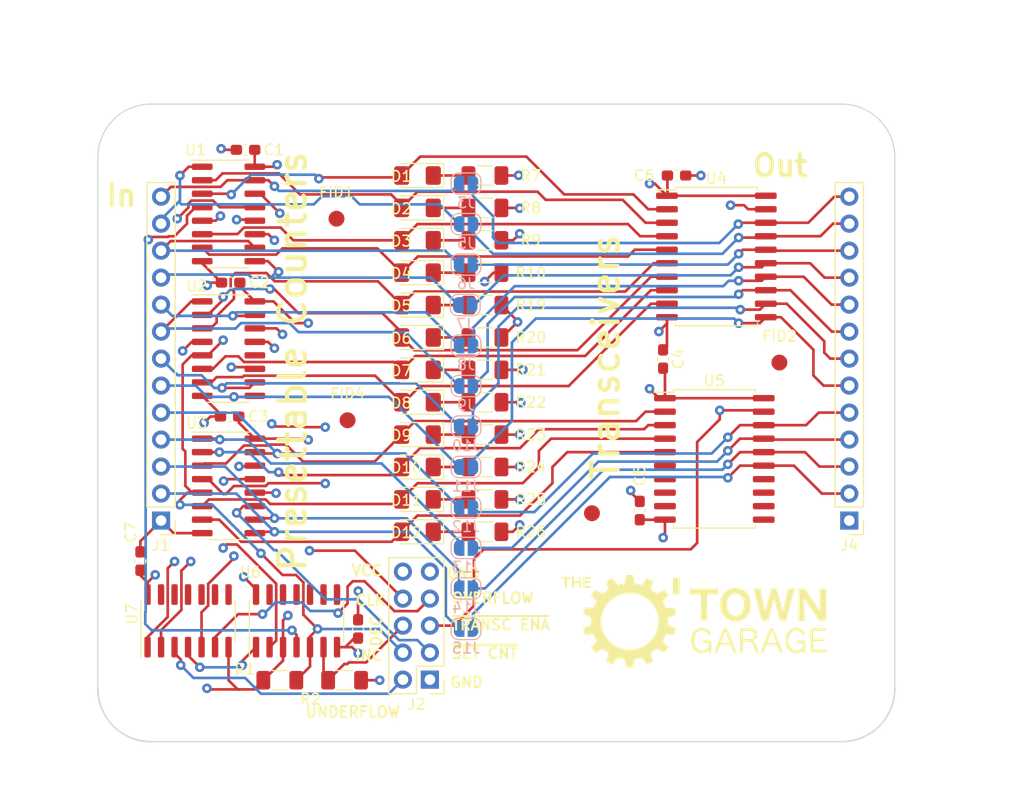
<source format=kicad_pcb>
(kicad_pcb (version 20221018) (generator pcbnew)
  (layers (0 "F.Cu" signal) (1 "In1.Cu" signal) (2 "In2.Cu" signal) (31 "B.Cu" signal) (34 "B.Paste" user) (35 "F.Paste" user) (36 "B.SilkS" user "B.Silkscreen") (37 "F.SilkS" user "F.Silkscreen") (38 "B.Mask" user) (39 "F.Mask" user) (44 "Edge.Cuts" user))
  (net 0 "")
  (net 1 "Net-(D1-Pad1)")
  (net 2 "/Presettable counters/CNT_0")
  (net 3 "Net-(D2-Pad1)")
  (net 4 "/Presettable counters/CNT_1")
  (net 5 "Net-(D3-Pad1)")
  (net 6 "/Presettable counters/CNT_2")
  (net 7 "Net-(D4-Pad1)")
  (net 8 "/Presettable counters/CNT_3")
  (net 9 "Net-(D5-Pad1)")
  (net 10 "/Presettable counters/CNT_4")
  (net 11 "Net-(D6-Pad1)")
  (net 12 "/Presettable counters/CNT_5")
  (net 13 "Net-(D7-Pad1)")
  (net 14 "/Presettable counters/CNT_6")
  (net 15 "Net-(D8-Pad1)")
  (net 16 "/Presettable counters/CNT_7")
  (net 17 "Net-(D9-Pad1)")
  (net 18 "/Presettable counters/CNT_8")
  (net 19 "Net-(D10-Pad1)")
  (net 20 "/Presettable counters/CNT_9")
  (net 21 "Net-(D11-Pad1)")
  (net 22 "/Presettable counters/CNT_10")
  (net 23 "Net-(D12-Pad1)")
  (net 24 "/Presettable counters/CNT_11")
  (net 25 "GND")
  (net 26 "/Presettable counters/IN_11")
  (net 27 "/Presettable counters/IN_10")
  (net 28 "/Presettable counters/IN_9")
  (net 29 "/Presettable counters/IN_8")
  (net 30 "/Presettable counters/IN_7")
  (net 31 "/Presettable counters/IN_6")
  (net 32 "/Presettable counters/IN_5")
  (net 33 "/Presettable counters/IN_4")
  (net 34 "/Presettable counters/IN_3")
  (net 35 "/Presettable counters/IN_2")
  (net 36 "/Presettable counters/IN_1")
  (net 37 "/Presettable counters/IN_0")
  (net 38 "CLK")
  (net 39 "/Presettable counters/~{SET_CNT}")
  (net 40 "/Presettable counters/INC{slash}~{DEC}")
  (net 41 "/Presettable counters/~{INC}{slash}DEC")
  (net 42 "/Presettable counters/~{TRANSC_ENA}")
  (net 43 "/Presettable counters/OVERFLOW")
  (net 44 "/Presettable counters/UNDERFLOW")
  (net 45 "VCC")
  (net 46 "/Presettable counters/OUT_0")
  (net 47 "/Presettable counters/OUT_1")
  (net 48 "/Presettable counters/OUT_2")
  (net 49 "/Presettable counters/OUT_3")
  (net 50 "/Presettable counters/OUT_4")
  (net 51 "/Presettable counters/OUT_5")
  (net 52 "/Presettable counters/OUT_6")
  (net 53 "/Presettable counters/OUT_7")
  (net 54 "/Presettable counters/OUT_8")
  (net 55 "/Presettable counters/OUT_9")
  (net 56 "/Presettable counters/OUT_10")
  (net 57 "/Presettable counters/OUT_11")
  (net 58 "/Presettable counters/~{CTEN}")
  (net 59 "/Presettable counters/MAX{slash}MIN_1")
  (net 60 "/Presettable counters/~{RCO_1}")
  (net 62 "/Presettable counters/~{RCO_2}")
  (net 63 "/Presettable counters/MAX{slash}MIN_3")
  (net 64 "/Presettable counters/~{RCO_3}")
  (net 73 "Net-(U6-Pad1)")
  (footprint "Custom_lib:LED_1206_3216Metric_Pad1.42x1.75mm_HandSolder" (layer "F.Cu") (at 78.0792 90.2472 180)
    (fp_text reference "D12")
    (fp_text value "LED")
  )
  (footprint "Resistor_SMD:R_1206_3216Metric_Pad1.30x1.75mm_HandSolder" (layer "F.Cu") (at 84.4292 62.8152)
    (fp_text reference "R9")
    (fp_text value "220")
  )
  (footprint "Capacitor_SMD:C_0603_1608Metric_Pad1.08x0.95mm_HandSolder" (layer "F.Cu") (at 99 88.25 90)
    (fp_text reference "C5")
    (fp_text value "C_0603_1608Metric_Pad1.08x0.95mm_HandSolder" hide)
  )
  (footprint "Capacitor_SMD:C_0603_1608Metric_Pad1.08x0.95mm_HandSolder" (layer "F.Cu") (at 60.5 66.8 180)
    (fp_text reference "C2")
    (fp_text value "100nF")
  )
  (footprint "Package_SO:SOIC-16_3.9x9.9mm_P1.27mm" (layer "F.Cu") (at 60.2992 60.338393)
    (fp_text reference "U1")
    (fp_text value "74HC191")
  )
  (footprint "Custom_lib:LED_1206_3216Metric_Pad1.42x1.75mm_HandSolder" (layer "F.Cu") (at 78.0792 84.1512 180)
    (fp_text reference "D10")
    (fp_text value "LED")
  )
  (footprint "Resistor_SMD:R_1206_3216Metric_Pad1.30x1.75mm_HandSolder" (layer "F.Cu") (at 84.4292 75.0072)
    (fp_text reference "R21")
    (fp_text value "220")
  )
  (footprint "Capacitor_SMD:C_0603_1608Metric_Pad1.08x0.95mm_HandSolder" (layer "F.Cu") (at 60.4 79.4 180)
    (fp_text reference "C3")
    (fp_text value "100nF")
  )
  (footprint "Package_SO:SOIC-20W_7.5x12.8mm_P1.27mm" (layer "F.Cu") (at 106.207637 64.3392)
    (fp_text reference "U4")
    (fp_text value "74HC245")
  )
  (footprint "Fiducial:Fiducial_1.5mm_Mask3mm" (layer "F.Cu") (at 70.4592 60.7832)
    (fp_text reference "FID1")
    (fp_text value "Fiducial")
  )
  (footprint "Package_SO:SOIC-16_3.9x9.9mm_P1.27mm" (layer "F.Cu") (at 60.2992 73.0092)
    (fp_text reference "U2")
    (fp_text value "74HC191")
  )
  (footprint "Resistor_SMD:R_1206_3216Metric_Pad1.30x1.75mm_HandSolder" (layer "F.Cu") (at 84.4292 59.7672)
    (fp_text reference "R8")
    (fp_text value "220")
  )
  (footprint "MountingHole:MountingHole_2.2mm_M2" (layer "F.Cu") (at 118 105)
    (fp_text reference "REF**" hide)
    (fp_text value "MountingHole_2.2mm_M2" hide)
  )
  (footprint "Custom_lib:LED_1206_3216Metric_Pad1.42x1.75mm_HandSolder" (layer "F.Cu") (at 78.0792 59.7672 180)
    (fp_text reference "D2")
    (fp_text value "LED")
  )
  (footprint "MountingHole:MountingHole_2.2mm_M2" (layer "F.Cu") (at 118 55)
    (fp_text reference "REF**" hide)
    (fp_text value "MountingHole_2.2mm_M2" hide)
  )
  (footprint "Capacitor_SMD:C_0603_1608Metric_Pad1.08x0.95mm_HandSolder" (layer "F.Cu") (at 101.1932 73.9912 -90)
    (fp_text reference "C4")
    (fp_text value "C_0603_1608Metric_Pad1.08x0.95mm_HandSolder" hide)
  )
  (footprint "Resistor_SMD:R_1206_3216Metric_Pad1.30x1.75mm_HandSolder" (layer "F.Cu") (at 84.4292 87.1992)
    (fp_text reference "R25")
    (fp_text value "220")
  )
  (footprint "Capacitor_SMD:C_0603_1608Metric_Pad1.08x0.95mm_HandSolder" (layer "F.Cu") (at 61.9 54.3 180)
    (fp_text reference "C1")
    (fp_text value "100nF")
  )
  (footprint "Resistor_SMD:R_1206_3216Metric_Pad1.30x1.75mm_HandSolder" (layer "F.Cu") (at 65.1252 104.2172 180)
    (fp_text reference "R1")
    (fp_text value "1M")
  )
  (footprint "Package_SO:SOIC-16_3.9x9.9mm_P1.27mm" (layer "F.Cu") (at 60.2992 85.9292)
    (fp_text reference "U3")
    (fp_text value "74HC191")
  )
  (footprint "Custom_lib:LED_1206_3216Metric_Pad1.42x1.75mm_HandSolder" (layer "F.Cu") (at 78.0792 68.9112 180)
    (fp_text reference "D5")
    (fp_text value "LED")
  )
  (footprint "Fiducial:Fiducial_1.5mm_Mask3mm" (layer "F.Cu") (at 112.1406 74.3214)
    (fp_text reference "FID2")
    (fp_text value "Fiducial")
  )
  (footprint "Package_SO:SOIC-14_3.9x8.7mm_P1.27mm" (layer "F.Cu") (at 56.4892 98.6292 90)
    (fp_text reference "U7")
    (fp_text value "74HC08")
  )
  (footprint "Resistor_SMD:R_1206_3216Metric_Pad1.30x1.75mm_HandSolder" (layer "F.Cu") (at 84.4292 78.0552)
    (fp_text reference "R22")
    (fp_text value "220")
  )
  (footprint "Connector_PinHeader_2.54mm:PinHeader_1x13_P2.54mm_Vertical" (layer "F.Cu") (at 53.9492 89.191475 180)
    (fp_text reference "J1")
    (fp_text value "Conn_01x13" hide)
  )
  (footprint "Fiducial:Fiducial_1.5mm_Mask3mm" (layer "F.Cu") (at 94.5 88.5)
    (fp_text reference "FID3" hide)
    (fp_text value "Fiducial")
  )
  (footprint "Resistor_SMD:R_1206_3216Metric_Pad1.30x1.75mm_HandSolder" (layer "F.Cu") (at 84.4292 68.9112)
    (fp_text reference "R19")
    (fp_text value "220")
  )
  (footprint "Custom_lib:LED_1206_3216Metric_Pad1.42x1.75mm_HandSolder" (layer "F.Cu") (at 78.0792 62.8152 180)
    (fp_text reference "D3")
    (fp_text value "LED")
  )
  (footprint "Custom_lib:OTG_logo" (layer "F.Cu") (at 104 98.6)
    (fp_text reference "" hide)
    (fp_text value "OTG_logo" hide)
  )
  (footprint "Resistor_SMD:R_1206_3216Metric_Pad1.30x1.75mm_HandSolder" (layer "F.Cu") (at 84.4292 84.1512)
    (fp_text reference "R24")
    (fp_text value "220")
  )
  (footprint "Capacitor_SMD:C_0603_1608Metric_Pad1.08x0.95mm_HandSolder" (layer "F.Cu") (at 102.4632 56.7192 180)
    (fp_text reference "C6")
    (fp_text value "C_0603_1608Metric_Pad1.08x0.95mm_HandSolder" hide)
  )
  (footprint "Connector_PinHeader_2.54mm:PinHeader_2x05_P2.54mm_Vertical" (layer "F.Cu") (at 79.25 104.16 180)
    (fp_text reference "J2")
    (fp_text value "Conn_02x05_Odd_Even" hide)
  )
  (footprint "Capacitor_SMD:C_0603_1608Metric_Pad1.08x0.95mm_HandSolder" (layer "F.Cu") (at 52 93 90)
    (fp_text reference "C7")
    (fp_text value "C_0603_1608Metric_Pad1.08x0.95mm_HandSolder" hide)
  )
  (footprint "Custom_lib:LED_1206_3216Metric_Pad1.42x1.75mm_HandSolder" (layer "F.Cu") (at 78.0792 78.0552 180)
    (fp_text reference "D8")
    (fp_text value "LED")
  )
  (footprint "Capacitor_SMD:C_0603_1608Metric_Pad1.08x0.95mm_HandSolder" (layer "F.Cu") (at 72.4912 99.3912 90)
    (fp_text reference "C8" hide)
    (fp_text value "C_0603_1608Metric_Pad1.08x0.95mm_HandSolder" hide)
  )
  (footprint "Custom_lib:LED_1206_3216Metric_Pad1.42x1.75mm_HandSolder" (layer "F.Cu") (at 78.0792 65.8632 180)
    (fp_text reference "D4")
    (fp_text value "LED")
  )
  (footprint "Custom_lib:LED_1206_3216Metric_Pad1.42x1.75mm_HandSolder" (layer "F.Cu") (at 78.0792 71.9592 180)
    (fp_text reference "D6")
    (fp_text value "LED")
  )
  (footprint "Resistor_SMD:R_1206_3216Metric_Pad1.30x1.75mm_HandSolder" (layer "F.Cu") (at 84.4292 90.2472)
    (fp_text reference "R26")
    (fp_text value "220")
  )
  (footprint "Fiducial:Fiducial_1.5mm_Mask3mm" (layer "F.Cu") (at 71.5 79.75)
    (fp_text reference "FID4")
    (fp_text value "Fiducial")
  )
  (footprint "MountingHole:MountingHole_2.2mm_M2" (layer "F.Cu") (at 53 105)
    (fp_text reference "REF**" hide)
    (fp_text value "MountingHole_2.2mm_M2" hide)
  )
  (footprint "Custom_lib:LED_1206_3216Metric_Pad1.42x1.75mm_HandSolder" (layer "F.Cu") (at 78.0792 87.1992 180)
    (fp_text reference "D11")
    (fp_text value "LED")
  )
  (footprint "Package_SO:SOIC-20W_7.5x12.8mm_P1.27mm" (layer "F.Cu") (at 106.0192 83.3892)
    (fp_text reference "U5")
    (fp_text value "74HC245")
  )
  (footprint "Resistor_SMD:R_1206_3216Metric_Pad1.30x1.75mm_HandSolder" (layer "F.Cu") (at 84.4292 71.9592)
    (fp_text reference "R20")
    (fp_text value "220")
  )
  (footprint "Package_SO:SOIC-14_3.9x8.7mm_P1.27mm" (layer "F.Cu") (at 66.6992 98.6292 90)
    (fp_text reference "U6")
    (fp_text value "74HC02")
  )
  (footprint "Resistor_SMD:R_1206_3216Metric_Pad1.30x1.75mm_HandSolder" (layer "F.Cu") (at 84.4292 81.1032)
    (fp_text reference "R23")
    (fp_text value "220")
  )
  (footprint "Custom_lib:LED_1206_3216Metric_Pad1.42x1.75mm_HandSolder" (layer "F.Cu") (at 78.0792 75.0072 180)
    (fp_text reference "D7")
    (fp_text value "LED")
  )
  (footprint "Custom_lib:LED_1206_3216Metric_Pad1.42x1.75mm_HandSolder" (layer "F.Cu") (at 78.0792 56.7192 180)
    (fp_text reference "D1")
    (fp_text value "LED")
  )
  (footprint "Connector_PinHeader_2.54mm:PinHeader_1x13_P2.54mm_Vertical" (layer "F.Cu") (at 118.7192 89.191475 180)
    (fp_text reference "J4")
    (fp_text value "Conn_01x13")
  )
  (footprint "Resistor_SMD:R_1206_3216Metric_Pad1.30x1.75mm_HandSolder" (layer "F.Cu") (at 71.2212 104.2172)
    (fp_text reference "R2")
    (fp_text value "1M")
  )
  (footprint "MountingHole:MountingHole_2.2mm_M2" (layer "F.Cu") (at 53 55)
    (fp_text reference "REF**" hide)
    (fp_text value "MountingHole_2.2mm_M2" hide)
  )
  (footprint "Custom_lib:LED_1206_3216Metric_Pad1.42x1.75mm_HandSolder" (layer "F.Cu") (at 78.0792 81.1032 180)
    (fp_text reference "D9")
    (fp_text value "LED")
  )
  (footprint "Resistor_SMD:R_1206_3216Metric_Pad1.30x1.75mm_HandSolder" (layer "F.Cu") (at 84.4292 65.8632)
    (fp_text reference "R10")
    (fp_text value "220")
  )
  (footprint "Resistor_SMD:R_1206_3216Metric_Pad1.30x1.75mm_HandSolder" (layer "F.Cu") (at 84.4292 56.7192)
    (fp_text reference "R7")
    (fp_text value "220")
  )
  (footprint "Jumper:SolderJumper-2_P1.3mm_Open_RoundedPad1.0x1.5mm" (layer "B.Cu") (at 82.6512 99.3912)
    (fp_text reference "J15")
    (fp_text value "Conn_02x12_Odd_Even" hide)
  )
  (footprint "Jumper:SolderJumper-2_P1.3mm_Open_RoundedPad1.0x1.5mm" (layer "B.Cu") (at 82.6512 84.1512)
    (fp_text reference "J11")
    (fp_text value "Conn_02x12_Odd_Even" hide)
  )
  (footprint "Jumper:SolderJumper-2_P1.3mm_Open_RoundedPad1.0x1.5mm" (layer "B.Cu") (at 82.6512 80.3412)
    (fp_text reference "J10")
    (fp_text value "Conn_02x12_Odd_Even" hide)
  )
  (footprint "Jumper:SolderJumper-2_P1.3mm_Open_RoundedPad1.0x1.5mm" (layer "B.Cu") (at 82.6512 87.9612)
    (fp_text reference "J12")
    (fp_text value "Conn_02x12_Odd_Even" hide)
  )
  (footprint "Jumper:SolderJumper-2_P1.3mm_Open_RoundedPad1.0x1.5mm" (layer "B.Cu") (at 82.6512 72.7212)
    (fp_text reference "J8")
    (fp_text value "Conn_02x12_Odd_Even" hide)
  )
  (footprint "Jumper:SolderJumper-2_P1.3mm_Open_RoundedPad1.0x1.5mm" (layer "B.Cu") (at 82.6512 91.7712)
    (fp_text reference "J13")
    (fp_text value "Conn_02x12_Odd_Even" hide)
  )
  (footprint "Jumper:SolderJumper-2_P1.3mm_Open_RoundedPad1.0x1.5mm" (layer "B.Cu") (at 82.6512 65.1012)
    (fp_text reference "J6")
    (fp_text value "Conn_02x12_Odd_Even" hide)
  )
  (footprint "Jumper:SolderJumper-2_P1.3mm_Open_RoundedPad1.0x1.5mm" (layer "B.Cu") (at 82.6512 76.5312)
    (fp_text reference "J9")
    (fp_text value "Conn_02x12_Odd_Even" hide)
  )
  (footprint "Jumper:SolderJumper-2_P1.3mm_Open_RoundedPad1.0x1.5mm" (layer "B.Cu") (at 82.576956 68.9112)
    (fp_text reference "J7")
    (fp_text value "Conn_02x12_Odd_Even" hide)
  )
  (footprint "Jumper:SolderJumper-2_P1.3mm_Open_RoundedPad1.0x1.5mm" (layer "B.Cu") (at 82.6512 61.2912)
    (fp_text reference "J5")
    (fp_text value "Conn_02x12_Odd_Even" hide)
  )
  (footprint "Jumper:SolderJumper-2_P1.3mm_Open_RoundedPad1.0x1.5mm" (layer "B.Cu") (at 82.6512 95.5812)
    (fp_text reference "J14")
    (fp_text value "Conn_02x12_Odd_Even" hide)
  )
  (footprint "Jumper:SolderJumper-2_P1.3mm_Open_RoundedPad1.0x1.5mm" (layer "B.Cu") (at 82.6512 57.4812)
    (fp_text reference "J3")
    (fp_text value "Conn_02x12_Odd_Even" hide)
  )
  (gr_line (start 123 105) (end 123 55) (stroke (width 0.1)) (layer "Edge.Cuts"))
  (gr_arc (start 53 110) (mid 49.464467 108.535534) (end 48 105) (stroke (width 0.15)) (layer "Edge.Cuts"))
  (gr_line (start 118 50) (end 53 50) (stroke (width 0.1)) (layer "Edge.Cuts"))
  (gr_arc (start 118 50) (mid 121.535534 51.464466) (end 123 55) (stroke (width 0.1)) (layer "Edge.Cuts"))
  (gr_arc (start 123 105) (mid 121.535534 108.535533) (end 118 110) (stroke (width 0.15)) (layer "Edge.Cuts"))
  (gr_arc (start 48 55) (mid 49.464466 51.464466) (end 53 50) (stroke (width 0.1)) (layer "Edge.Cuts"))
  (gr_line (start 48 55) (end 48 105) (stroke (width 0.1)) (layer "Edge.Cuts"))
  (gr_line (start 53 110) (end 118 110) (stroke (width 0.1)) (layer "Edge.Cuts"))
  (gr_text "Transceivers" (at 95.783 73.8134 90) (layer "F.SilkS") (effects (font (size 2.5 2.5) (thickness 0.4))))
  (gr_text "Presettable Counters" (at 66.3392 74.2192 90) (layer "F.SilkS") (effects (font (size 2.5 2.5) (thickness 0.4))))
  (gr_text "~{SET CNT}" (at 84.4 101.7) (layer "F.SilkS") (effects (font (size 1 1) (thickness 0.2))))
  (gr_text "In" (at 50.2 58.6) (layer "F.SilkS") (effects (font (size 2 2) (thickness 0.4))))
  (gr_text "UNDERFLOW" (at 72 107.2) (layer "F.SilkS") (effects (font (size 1 1) (thickness 0.2))))
  (gr_text "VCC" (at 74.9 93.9) (layer "F.SilkS") (effects (font (size 1 1) (thickness 0.2)) (justify right)))
  (gr_text "Out" (at 115 55.8) (layer "F.SilkS") (effects (font (size 2 2) (thickness 0.4)) (justify right)))
  (gr_text "DEC" (at 74.2 98 90) (layer "F.SilkS") (effects (font (size 1 1) (thickness 0.2)) (justify right)))
  (gr_text "INC" (at 74.9 101.9) (layer "F.SilkS") (effects (font (size 1 1) (thickness 0.2)) (justify right)))
  (gr_text "GND\n" (at 82.7 104.4) (layer "F.SilkS") (effects (font (size 1 1) (thickness 0.2))))
  (gr_text "~{TRANSC ENA}" (at 81.2 99) (layer "F.SilkS") (effects (font (size 1 1) (thickness 0.2)) (justify left)))
  (gr_text "CLK\n" (at 75.2 96.7) (layer "F.SilkS") (effects (font (size 1 1) (thickness 0.2)) (justify right)))
  (gr_text "OVERFLOW" (at 81.197853 96.5) (layer "F.SilkS") (effects (font (size 1 1) (thickness 0.2)) (justify left)))
  (gr_text "GND\n" (at 82.4 94.2) (layer "F.SilkS") (effects (font (size 1 1) (thickness 0.2))))
  (segment (start 79.5667 56.7192) (end 82.8792 56.7192) (width 0.25) (layer "F.Cu") (net 1))
  (segment (start 98.3992 58.4972) (end 99.7962 59.8942) (width 0.25) (layer "F.Cu") (net 2))
  (segment (start 68.8 57.0107) (end 68.9147 56.896) (width 0.25) (layer "F.Cu") (net 2))
  (segment (start 76.5917 56.6827) (end 78.3332 54.9412) (width 0.25) (layer "F.Cu") (net 2))
  (segment (start 57.8242 58.433393) (end 60.476756 58.433393) (width 0.25) (layer "F.Cu") (net 2))
  (segment (start 91.8842 58.4972) (end 98.3992 58.4972) (width 0.25) (layer "F.Cu") (net 2))
  (segment (start 76.4149 56.896) (end 76.5917 56.7192) (width 0.25) (layer "F.Cu") (net 2))
  (segment (start 88.3282 54.9412) (end 91.8842 58.4972) (width 0.25) (layer "F.Cu") (net 2))
  (segment (start 60.476756 58.433393) (end 60.554225 58.510862) (width 0.25) (layer "F.Cu") (net 2))
  (segment (start 68.9147 56.896) (end 76.4149 56.896) (width 0.25) (layer "F.Cu") (net 2))
  (segment (start 78.3332 54.9412) (end 88.3282 54.9412) (width 0.25) (layer "F.Cu") (net 2))
  (segment (start 99.7962 59.8942) (end 101.557637 59.8942) (width 0.25) (layer "F.Cu") (net 2))
  (segment (start 76.5917 56.7192) (end 76.5917 56.6827) (width 0.25) (layer "F.Cu") (net 2))
  (via (at 68.8 57.0107) (size 0.9) (drill 0.4) (layers "F.Cu" "B.Cu") (net 2))
  (via (at 60.554225 58.510862) (size 0.9) (drill 0.4) (layers "F.Cu" "B.Cu") (net 2))
  (segment (start 68.8 57.0107) (end 68.4313 56.642) (width 0.25) (layer "B.Cu") (net 2))
  (segment (start 62.423087 56.642) (end 60.554225 58.510862) (width 0.25) (layer "B.Cu") (net 2))
  (segment (start 68.4313 56.642) (end 62.423087 56.642) (width 0.25) (layer "B.Cu") (net 2))
  (segment (start 79.5667 59.7672) (end 82.8792 59.7672) (width 0.25) (layer "F.Cu") (net 3))
  (segment (start 67.01486 58.4972) (end 75.5972 58.4972) (width 0.25) (layer "F.Cu") (net 4))
  (segment (start 57.8242 57.163393) (end 59.093007 57.163393) (width 0.25) (layer "F.Cu") (net 4))
  (segment (start 76.5917 59.7307) (end 78.0792 58.2432) (width 0.25) (layer "F.Cu") (net 4))
  (segment (start 76.5917 59.4917) (end 76.5917 59.7672) (width 0.25) (layer "F.Cu") (net 4))
  (segment (start 97.3832 59.0052) (end 99.5422 61.1642) (width 0.25) (layer "F.Cu") (net 4))
  (segment (start 59.738007 56.518393) (end 65.036053 56.518393) (width 0.25) (layer "F.Cu") (net 4))
  (segment (start 99.5422 61.1642) (end 101.557637 61.1642) (width 0.25) (layer "F.Cu") (net 4))
  (segment (start 78.0792 58.2432) (end 89.380804 58.2432) (width 0.25) (layer "F.Cu") (net 4))
  (segment (start 75.5972 58.4972) (end 76.5917 59.4917) (width 0.25) (layer "F.Cu") (net 4))
  (segment (start 89.380804 58.2432) (end 90.142804 59.0052) (width 0.25) (layer "F.Cu") (net 4))
  (segment (start 65.036053 56.518393) (end 67.01486 58.4972) (width 0.25) (layer "F.Cu") (net 4))
  (segment (start 90.142804 59.0052) (end 97.3832 59.0052) (width 0.25) (layer "F.Cu") (net 4))
  (segment (start 59.093007 57.163393) (end 59.738007 56.518393) (width 0.25) (layer "F.Cu") (net 4))
  (segment (start 76.5917 59.7672) (end 76.5917 59.7307) (width 0.25) (layer "F.Cu") (net 4))
  (segment (start 79.5667 62.8152) (end 82.8792 62.8152) (width 0.25) (layer "F.Cu") (net 5))
  (segment (start 76.5917 62.7787) (end 78.0792 61.2912) (width 0.25) (layer "F.Cu") (net 6))
  (segment (start 57.8242 62.243393) (end 57.837593 62.23) (width 0.25) (layer "F.Cu") (net 6))
  (segment (start 99.0342 62.4342) (end 101.557637 62.4342) (width 0.25) (layer "F.Cu") (net 6))
  (segment (start 97.8912 61.2912) (end 99.0342 62.4342) (width 0.25) (layer "F.Cu") (net 6))
  (segment (start 66.3952 62.8152) (end 76.5917 62.8152) (width 0.25) (layer "F.Cu") (net 6))
  (segment (start 65.198393 61.618393) (end 66.3952 62.8152) (width 0.25) (layer "F.Cu") (net 6))
  (segment (start 61.752449 61.618393) (end 65.198393 61.618393) (width 0.25) (layer "F.Cu") (net 6))
  (segment (start 61.140842 62.23) (end 61.752449 61.618393) (width 0.25) (layer "F.Cu") (net 6))
  (segment (start 78.0792 61.2912) (end 97.8912 61.2912) (width 0.25) (layer "F.Cu") (net 6))
  (segment (start 76.5917 62.8152) (end 76.5917 62.7787) (width 0.25) (layer "F.Cu") (net 6))
  (segment (start 57.837593 62.23) (end 61.140842 62.23) (width 0.25) (layer "F.Cu") (net 6))
  (segment (start 79.5667 65.8632) (end 82.8792 65.8632) (width 0.25) (layer "F.Cu") (net 7))
  (segment (start 58.4692 64.158393) (end 64.798007 64.158393) (width 0.25) (layer "F.Cu") (net 8))
  (segment (start 64.798007 64.158393) (end 65.3792 63.5772) (width 0.25) (layer "F.Cu") (net 8))
  (segment (start 74.3057 63.5772) (end 76.5917 65.8632) (width 0.25) (layer "F.Cu") (net 8))
  (segment (start 98.5262 63.7042) (end 101.557637 63.7042) (width 0.25) (layer "F.Cu") (net 8))
  (segment (start 97.8912 64.3392) (end 98.5262 63.7042) (width 0.25) (layer "F.Cu") (net 8))
  (segment (start 57.8242 63.513393) (end 58.4692 64.158393) (width 0.25) (layer "F.Cu") (net 8))
  (segment (start 76.5917 65.8632) (end 78.1157 64.3392) (width 0.25) (layer "F.Cu") (net 8))
  (segment (start 65.3792 63.5772) (end 74.3057 63.5772) (width 0.25) (layer "F.Cu") (net 8))
  (segment (start 78.1157 64.3392) (end 97.8912 64.3392) (width 0.25) (layer "F.Cu") (net 8))
  (segment (start 79.5667 68.9112) (end 82.8792 68.9112) (width 0.25) (layer "F.Cu") (net 9))
  (segment (start 76.5917 68.8747) (end 77.8252 67.6412) (width 0.25) (layer "F.Cu") (net 10))
  (segment (start 76.5917 68.9112) (end 76.5917 68.8747) (width 0.25) (layer "F.Cu") (net 10))
  (segment (start 77.8252 67.6412) (end 97.6372 67.6412) (width 0.25) (layer "F.Cu") (net 10))
  (segment (start 59.182 69.948384) (end 60.8072 68.323184) (width 0.25) (layer "F.Cu") (net 10))
  (segment (start 97.6372 67.6412) (end 100.3042 64.9742) (width 0.25) (layer "F.Cu") (net 10))
  (segment (start 74.3555 66.675) (end 76.5917 68.9112) (width 0.25) (layer "F.Cu") (net 10))
  (segment (start 60.8072 67.6412) (end 60.5 67.334) (width 0.25) (layer "F.Cu") (net 10))
  (segment (start 60.5 66.329505) (end 60.929505 65.9) (width 0.25) (layer "F.Cu") (net 10))
  (segment (start 57.8242 71.1042) (end 58.6142 71.1042) (width 0.25) (layer "F.Cu") (net 10))
  (segment (start 59.182 70.5364) (end 59.182 69.948384) (width 0.25) (layer "F.Cu") (net 10))
  (segment (start 60.8072 68.323184) (end 60.8072 67.6412) (width 0.25) (layer "F.Cu") (net 10))
  (segment (start 100.3042 64.9742) (end 101.557637 64.9742) (width 0.25) (layer "F.Cu") (net 10))
  (segment (start 64.643 66.675) (end 74.3555 66.675) (width 0.25) (layer "F.Cu") (net 10))
  (segment (start 63.868 65.9) (end 64.643 66.675) (width 0.25) (layer "F.Cu") (net 10))
  (segment (start 60.5 67.334) (end 60.5 66.329505) (width 0.25) (layer "F.Cu") (net 10))
  (segment (start 58.6142 71.1042) (end 59.182 70.5364) (width 0.25) (layer "F.Cu") (net 10))
  (segment (start 60.929505 65.9) (end 63.868 65.9) (width 0.25) (layer "F.Cu") (net 10))
  (segment (start 79.5667 71.9592) (end 82.8792 71.9592) (width 0.25) (layer "F.Cu") (net 11))
  (segment (start 57.8242 69.8342) (end 58.3602 69.8342) (width 0.25) (layer "F.Cu") (net 12))
  (segment (start 59.5372 68.6572) (end 59.7912 68.4032) (width 0.25) (layer "F.Cu") (net 12))
  (segment (start 66.8732 69.6732) (end 74.7772 69.6732) (width 0.25) (layer "F.Cu") (net 12))
  (segment (start 76.5917 71.9592) (end 77.7917 73.1592) (width 0.25) (layer "F.Cu") (net 12))
  (segment (start 77.7917 73.1592) (end 93.1352 73.1592) (width 0.25) (layer "F.Cu") (net 12))
  (segment (start 59.7912 68.4032) (end 59.7912 68.1492) (width 0.25) (layer "F.Cu") (net 12))
  (segment (start 100.0502 66.2442) (end 101.557637 66.2442) (width 0.25) (layer "F.Cu") (net 12))
  (segment (start 58.3602 69.8342) (end 59.5372 68.6572) (width 0.25) (layer "F.Cu") (net 12))
  (segment (start 93.1352 73.1592) (end 100.0502 66.2442) (width 0.25) (layer "F.Cu") (net 12))
  (segment (start 74.7772 69.6732) (end 76.5917 71.4877) (width 0.25) (layer "F.Cu") (net 12))
  (segment (start 76.5917 71.4877) (end 76.5917 71.9592) (width 0.25) (layer "F.Cu") (net 12))
  (segment (start 64.2 67.4) (end 64.6 67.4) (width 0.25) (layer "F.Cu") (net 12))
  (segment (start 64.6 67.4) (end 66.8732 69.6732) (width 0.25) (layer "F.Cu") (net 12))
  (via (at 64.2 67.4) (size 0.9) (drill 0.4) (layers "F.Cu" "B.Cu") (net 12))
  (via (at 59.7912 68.1492) (size 0.9) (drill 0.4) (layers "F.Cu" "B.Cu") (net 12))
  (segment (start 60.5404 67.4) (end 59.7912 68.1492) (width 0.25) (layer "B.Cu") (net 12))
  (segment (start 64.2 67.4) (end 60.5404 67.4) (width 0.25) (layer "B.Cu") (net 12))
  (segment (start 79.5667 75.0072) (end 82.8792 75.0072) (width 0.25) (layer "F.Cu") (net 13))
  (segment (start 61.220449 73.7372) (end 61.752449 74.2692) (width 0.25) (layer "F.Cu") (net 14))
  (segment (start 93.8644 73.7) (end 100.0502 67.5142) (width 0.25) (layer "F.Cu") (net 14))
  (segment (start 100.0502 67.5142) (end 101.557637 67.5142) (width 0.25) (layer "F.Cu") (net 14))
  (segment (start 60.003375 73.7372) (end 61.220449 73.7372) (width 0.25) (layer "F.Cu") (net 14))
  (segment (start 61.752449 74.2692) (end 75.8537 74.2692) (width 0.25) (layer "F.Cu") (net 14))
  (segment (start 77.8989 73.7) (end 93.8644 73.7) (width 0.25) (layer "F.Cu") (net 14))
  (segment (start 76.5917 75.0072) (end 77.8989 73.7) (width 0.25) (layer "F.Cu") (net 14))
  (segment (start 58.826375 74.9142) (end 60.003375 73.7372) (width 0.25) (layer "F.Cu") (net 14))
  (segment (start 75.8537 74.2692) (end 76.5917 75.0072) (width 0.25) (layer "F.Cu") (net 14))
  (segment (start 57.8242 74.9142) (end 58.826375 74.9142) (width 0.25) (layer "F.Cu") (net 14))
  (segment (start 79.5667 78.0552) (end 82.8792 78.0552) (width 0.25) (layer "F.Cu") (net 15))
  (segment (start 100.0502 68.7842) (end 101.557637 68.7842) (width 0.25) (layer "F.Cu") (net 16))
  (segment (start 59.182 75.692) (end 61.619649 75.692) (width 0.25) (layer "F.Cu") (net 16))
  (segment (start 74.0957 75.5592) (end 76.5917 78.0552) (width 0.25) (layer "F.Cu") (net 16))
  (segment (start 57.8242 76.1842) (end 58.6898 76.1842) (width 0.25) (layer "F.Cu") (net 16))
  (segment (start 58.6898 76.1842) (end 59.182 75.692) (width 0.25) (layer "F.Cu") (net 16))
  (segment (start 61.619649 75.692) (end 61.752449 75.5592) (width 0.25) (layer "F.Cu") (net 16))
  (segment (start 61.752449 75.5592) (end 74.0957 75.5592) (width 0.25) (layer "F.Cu") (net 16))
  (segment (start 78.3332 76.5312) (end 92.3032 76.5312) (width 0.25) (layer "F.Cu") (net 16))
  (segment (start 76.5917 78.0552) (end 76.8092 78.0552) (width 0.25) (layer "F.Cu") (net 16))
  (segment (start 76.8092 78.0552) (end 78.3332 76.5312) (width 0.25) (layer "F.Cu") (net 16))
  (segment (start 92.3032 76.5312) (end 100.0502 68.7842) (width 0.25) (layer "F.Cu") (net 16))
  (segment (start 79.5667 81.1032) (end 82.8792 81.1032) (width 0.25) (layer "F.Cu") (net 17))
  (segment (start 65.711008 82.042) (end 67.312208 83.6432) (width 0.25) (layer "F.Cu") (net 18))
  (segment (start 98.6532 79.8332) (end 99.5422 78.9442) (width 0.25) (layer "F.Cu") (net 18))
  (segment (start 76.5917 81.1032) (end 77.8617 79.8332) (width 0.25) (layer "F.Cu") (net 18))
  (segment (start 57.8242 84.0242) (end 58.0284 83.82) (width 0.25) (layer "F.Cu") (net 18))
  (segment (start 67.312208 83.6432) (end 74.0517 83.6432) (width 0.25) (layer "F.Cu") (net 18))
  (segment (start 64.0742 82.042) (end 65.711008 82.042) (width 0.25) (layer "F.Cu") (net 18))
  (segment (start 58.0284 83.82) (end 60.061649 83.82) (width 0.25) (layer "F.Cu") (net 18))
  (segment (start 99.5422 78.9442) (end 101.3692 78.9442) (width 0.25) (layer "F.Cu") (net 18))
  (segment (start 77.8617 79.8332) (end 98.6532 79.8332) (width 0.25) (layer "F.Cu") (net 18))
  (segment (start 74.0517 83.6432) (end 76.5917 81.1032) (width 0.25) (layer "F.Cu") (net 18))
  (segment (start 61.752449 82.1292) (end 63.987 82.1292) (width 0.25) (layer "F.Cu") (net 18))
  (segment (start 60.061649 83.82) (end 61.752449 82.1292) (width 0.25) (layer "F.Cu") (net 18))
  (segment (start 63.987 82.1292) (end 64.0742 82.042) (width 0.25) (layer "F.Cu") (net 18))
  (segment (start 79.5667 84.1512) (end 82.8792 84.1512) (width 0.25) (layer "F.Cu") (net 19))
  (segment (start 99.7962 80.2142) (end 101.3692 80.2142) (width 0.25) (layer "F.Cu") (net 20))
  (segment (start 89.5092 80.5952) (end 99.4152 80.5952) (width 0.25) (layer "F.Cu") (net 20))
  (segment (start 65.284525 84.9132) (end 75.8297 84.9132) (width 0.25) (layer "F.Cu") (net 20))
  (segment (start 76.5917 84.1147) (end 78.3332 82.3732) (width 0.25) (layer "F.Cu") (net 20))
  (segment (start 75.8297 84.9132) (end 76.5917 84.1512) (width 0.25) (layer "F.Cu") (net 20))
  (segment (start 87.7312 82.3732) (end 89.5092 80.5952) (width 0.25) (layer "F.Cu") (net 20))
  (segment (start 76.5917 84.1512) (end 76.5917 84.1147) (width 0.25) (layer "F.Cu") (net 20))
  (segment (start 78.3332 82.3732) (end 87.7312 82.3732) (width 0.25) (layer "F.Cu") (net 20))
  (segment (start 59.436 82.7542) (end 57.8242 82.7542) (width 0.25) (layer "F.Cu") (net 20))
  (segment (start 65.0115 84.640175) (end 65.284525 84.9132) (width 0.25) (layer "F.Cu") (net 20))
  (segment (start 99.4152 80.5952) (end 99.7962 80.2142) (width 0.25) (layer "F.Cu") (net 20))
  (via (at 59.436 82.7542) (size 0.9) (drill 0.4) (layers "F.Cu" "B.Cu") (net 20))
  (via (at 65.0115 84.640175) (size 0.9) (drill 0.4) (layers "F.Cu" "B.Cu") (net 20))
  (segment (start 65.0115 84.640175) (end 64.090175 84.640175) (width 0.25) (layer "B.Cu") (net 20))
  (segment (start 62.2042 82.7542) (end 59.436 82.7542) (width 0.25) (layer "B.Cu") (net 20))
  (segment (start 64.090175 84.640175) (end 62.2042 82.7542) (width 0.25) (layer "B.Cu") (net 20))
  (segment (start 79.5667 87.1992) (end 82.8792 87.1992) (width 0.25) (layer "F.Cu") (net 21))
  (segment (start 76.5917 87.1627) (end 78.0792 85.6752) (width 0.25) (layer "F.Cu") (net 22))
  (segment (start 57.8242 87.8342) (end 58.4492 87.2092) (width 0.25) (layer "F.Cu") (net 22))
  (segment (start 76.1609 87.63) (end 76.5917 87.1992) (width 0.25) (layer "F.Cu") (net 22))
  (segment (start 58.4492 87.2092) (end 63.795951 87.2092) (width 0.25) (layer "F.Cu") (net 22))
  (segment (start 78.0792 85.6752) (end 87.9852 85.6752) (width 0.25) (layer "F.Cu") (net 22))
  (segment (start 89.5092 82.6272) (end 90.6522 81.4842) (width 0.25) (layer "F.Cu") (net 22))
  (segment (start 87.9852 85.6752) (end 89.5092 84.1512) (width 0.25) (layer "F.Cu") (net 22))
  (segment (start 90.6522 81.4842) (end 101.3692 81.4842) (width 0.25) (layer "F.Cu") (net 22))
  (segment (start 64.216751 87.63) (end 76.1609 87.63) (width 0.25) (layer "F.Cu") (net 22))
  (segment (start 89.5092 84.1512) (end 89.5092 82.6272) (width 0.25) (layer "F.Cu") (net 22))
  (segment (start 63.795951 87.2092) (end 64.216751 87.63) (width 0.25) (layer "F.Cu") (net 22))
  (segment (start 76.5917 87.1992) (end 76.5917 87.1627) (width 0.25) (layer "F.Cu") (net 22))
  (segment (start 79.5667 90.2472) (end 82.8792 90.2472) (width 0.25) (layer "F.Cu") (net 23))
  (segment (start 90.7792 85.6752) (end 90.7792 84.1512) (width 0.25) (layer "F.Cu") (net 24))
  (segment (start 61.492 91.186) (end 75.6529 91.186) (width 0.25) (layer "F.Cu") (net 24))
  (segment (start 75.6529 91.186) (end 76.5917 90.2472) (width 0.25) (layer "F.Cu") (net 24))
  (segment (start 78.0792 88.7232) (end 87.7312 88.7232) (width 0.25) (layer "F.Cu") (net 24))
  (segment (start 90.7792 84.1512) (end 92.1762 82.7542) (width 0.25) (layer "F.Cu") (net 24))
  (segment (start 76.5917 90.2107) (end 78.0792 88.7232) (width 0.25) (layer "F.Cu") (net 24))
  (segment (start 87.7312 88.7232) (end 90.7792 85.6752) (width 0.25) (layer "F.Cu") (net 24))
  (segment (start 76.5917 90.2472) (end 76.5917 90.2107) (width 0.25) (layer "F.Cu") (net 24))
  (segment (start 57.8242 89.1042) (end 59.4102 89.1042) (width 0.25) (layer "F.Cu") (net 24))
  (segment (start 59.4102 89.1042) (end 61.492 91.186) (width 0.25) (layer "F.Cu") (net 24))
  (segment (start 92.1762 82.7542) (end 101.3692 82.7542) (width 0.25) (layer "F.Cu") (net 24))
  (segment (start 71.9182 101.1042) (end 71.2862 101.1042) (width 0.25) (layer "F.Cu") (net 25))
  (segment (start 101.1932 73.1287) (end 101.557637 72.764263) (width 0.25) (layer "F.Cu") (net 25))
  (segment (start 59.5375 79.1675) (end 57.8242 77.4542) (width 0.25) (layer "F.Cu") (net 25))
  (segment (start 85.9792 56.7192) (end 87.5808 56.7192) (width 0.25) (layer "F.Cu") (net 25))
  (segment (start 65.4292 101.1042) (end 65.4292 98.5792) (width 0.25) (layer "F.Cu") (net 25))
  (segment (start 85.9792 81.1032) (end 87.6968 81.1032) (width 0.25) (layer "F.Cu") (net 25))
  (segment (start 87.5 70.432) (end 85.9792 68.9112) (width 0.25) (layer "F.Cu") (net 25))
  (segment (start 65.4292 102.3632) (end 65.4292 101.1042) (width 0.25) (layer "F.Cu") (net 25))
  (segment (start 87.7552 78.0552) (end 87.8 78.1) (width 0.25) (layer "F.Cu") (net 25))
  (segment (start 85.9792 71.9592) (end 86.0408 71.9592) (width 0.25) (layer "F.Cu") (net 25))
  (segment (start 101.3609 89.1125) (end 101.3692 89.1042) (width 0.25) (layer "F.Cu") (net 25))
  (segment (start 57.8242 64.9867) (end 57.8242 64.783393) (width 0.25) (layer "F.Cu") (net 25))
  (segment (start 87.0528 90.2472) (end 87.7 89.6) (width 0.25) (layer "F.Cu") (net 25))
  (segment (start 60.2992 101.1042) (end 60.2992 104.2172) (width 0.25) (layer "F.Cu") (net 25))
  (segment (start 55.131925 90.3742) (end 53.9492 89.191475) (width 0.25) (layer "F.Cu") (net 25))
  (segment (start 59.5375 79.4) (end 59.5375 79.1675) (width 0.25) (layer "F.Cu") (net 25))
  (segment (start 72.4912 101.6772) (end 71.9182 101.1042) (width 0.25) (layer "F.Cu") (net 25))
  (segment (start 85.9792 65.8632) (end 85.2368 65.8632) (width 0.25) (layer "F.Cu") (net 25))
  (segment (start 58.555975 66.8) (end 58.3 67.055975) (width 0.25) (layer "F.Cu") (net 25))
  (segment (start 62.7387 105.0797) (end 61.3152 105.0797) (width 0.25) (layer "F.Cu") (net 25))
  (segment (start 85.9792 59.7672) (end 87.6672 59.7672) (width 0.25) (layer "F.Cu") (net 25))
  (segment (start 72.4912 100.2537) (end 72.1367 100.2537) (width 0.25) (layer "F.Cu") (net 25))
  (segment (start 61.3152 105.0797) (end 58.3677 105.0797) (width 0.25) (layer "F.Cu") (net 25))
  (segment (start 101.557637 70.0542) (end 101.557637 70.642363) (width 0.25) (layer "F.Cu") (net 25))
  (segment (start 87.6992 87.1992) (end 87.7 87.2) (width 0.25) (layer "F.Cu") (net 25))
  (segment (start 63.5752 104.2172) (end 62.8392 104.9532) (width 0.25) (layer "F.Cu") (net 25))
  (segment (start 87.6488 84.1512) (end 87.7 84.1) (width 0.25) (layer "F.Cu") (net 25))
  (segment (start 87.5808 56.7192) (end 87.6 56.7) (width 0.25) (layer "F.Cu") (net 25))
  (segment (start 71.2862 101.1042) (end 70.5092 101.1042) (width 0.25) (layer "F.Cu") (net 25))
  (segment (start 59.5375 79.4) (end 58.6 79.4) (width 0.25) (layer "F.Cu") (net 25))
  (segment (start 85.9792 78.0552) (end 87.7552 78.0552) (width 0.25) (layer "F.Cu") (net 25))
  (segment (start 65.4292 98.5792) (end 65.8872 98.1212) (width 0.25) (layer "F.Cu") (net 25))
  (segment (start 59.7 54.3) (end 59.6 54.2) (width 0.25) (layer "F.Cu") (net 25))
  (segment (start 62.8392 104.9792) (end 62.7387 105.0797) (width 0.25) (layer "F.Cu") (net 25))
  (segment (start 61.1617 105.0797) (end 61.3152 105.0797) (width 0.25) (layer "F.Cu") (net 25))
  (segment (start 58.6 79.4) (end 58 80) (width 0.25) (layer "F.Cu") (net 25))
  (segment (start 101.3692 90.6308) (end 101.2 90.8) (width 0.25) (layer "F.Cu") (net 25))
  (segment (start 101.3692 89.1042) (end 101.3692 90.6308) (width 0.25) (layer "F.Cu") (net 25))
  (segment (start 103.3257 56.7192) (end 104.7492 56.7192) (width 0.25) (layer "F.Cu") (net 25))
  (segment (start 101.557637 72.764263) (end 101.557637 70.0542) (width 0.25) (layer "F.Cu") (net 25))
  (segment (start 87.0848 62.8152) (end 87.7 62.2) (width 0.25) (layer "F.Cu") (net 25))
  (segment (start 57.8242 90.3742) (end 55.131925 90.3742) (width 0.25) (layer "F.Cu") (net 25))
  (segment (start 72.1367 100.2537) (end 71.2862 101.1042) (width 0.25) (layer "F.Cu") (net 25))
  (segment (start 85.9792 84.1512) (end 87.6488 84.1512) (width 0.25) (layer "F.Cu") (net 25))
  (segment (start 87.5 70.5) (end 87.5 70.432) (width 0.25) (layer "F.Cu") (net 25))
  (segment (start 86.0408 71.9592) (end 87.5 70.5) (width 0.25) (layer "F.Cu") (net 25))
  (segment (start 85.2368 65.8632) (end 84.4 66.7) (width 0.25) (layer "F.Cu") (net 25))
  (segment (start 101.557637 70.642363) (end 100.8 71.4) (width 0.25) (layer "F.Cu") (net 25))
  (segment (start 85.9792 90.2472) (end 87.0528 90.2472) (width 0.25) (layer "F.Cu") (net 25))
  (segment (start 62.8392 104.9532) (end 62.8392 104.9792) (width 0.25) (layer "F.Cu") (net 25))
  (segment (start 85.9792 75.0072) (end 87.9928 75.0072) (width 0.25) (layer "F.Cu") (net 25))
  (segment (start 72.7712 104.2172) (end 74.5232 104.2172) (width 0.25) (layer "F.Cu") (net 25))
  (segment (start 87.6968 81.1032) (end 87.7 81.1) (width 0.25) (layer "F.Cu") (net 25))
  (segment (start 87.6672 59.7672) (end 87.7 59.8) (width 0.25) (layer "F.Cu") (net 25))
  (segment (start 59.6375 66.8) (end 57.8242 64.9867) (width 0.25) (layer "F.Cu") (net 25))
  (segment (start 87.9928 75.0072) (end 88 75) (width 0.25) (layer "F.Cu") (net 25))
  (segment (start 60.2992 104.2172) (end 61.1617 105.0797) (width 0.25) (layer "F.Cu") (net 25))
  (segment (start 85.9792 62.8152) (end 87.0848 62.8152) (width 0.25) (layer "F.Cu") (net 25))
  (segment (start 58.3677 105.0797) (end 58.2672 104.9792) (width 0.25) (layer "F.Cu") (net 25))
  (segment (start 99 89.1125) (end 101.3609 89.1125) (width 0.25) (layer "F.Cu") (net 25))
  (segment (start 52 92.1375) (end 52 91.140675) (width 0.25) (layer "F.Cu") (net 25))
  (segment (start 59.6375 66.8) (end 58.555975 66.8) (width 0.25) (layer "F.Cu") (net 25))
  (segment (start 52 91.140675) (end 53.9492 89.191475) (width 0.25) (layer "F.Cu") (net 25))
  (segment (start 63.5752 104.2172) (end 65.4292 102.3632) (width 0.25) (layer "F.Cu") (net 25))
  (segment (start 61.0375 54.3) (end 59.7 54.3) (width 0.25) (layer "F.Cu") (net 25))
  (segment (start 85.9792 87.1992) (end 87.6992 87.1992) (width 0.25) (layer "F.Cu") (net 25))
  (via (at 84.4 66.7) (size 0.9) (drill 0.4) (layers "F.Cu" "B.Cu") (net 25))
  (via (at 87.7 87.2) (size 0.9) (drill 0.4) (layers "F.Cu" "B.Cu") (net 25))
  (via (at 74.5232 104.2172) (size 0.9) (drill 0.4) (layers "F.Cu" "B.Cu") (net 25))
  (via (at 87.8 78.1) (size 0.9) (drill 0.4) (layers "F.Cu" "B.Cu") (net 25))
  (via (at 58 80) (size 0.9) (drill 0.4) (layers "F.Cu" "B.Cu") (net 25))
  (via (at 100.8 71.4) (size 0.9) (drill 0.4) (layers "F.Cu" "B.Cu") (net 25))
  (via (at 72.4912 101.6772) (size 0.9) (drill 0.4) (layers "F.Cu" "B.Cu") (net 25))
  (via (at 87.6 56.7) (size 0.9) (drill 0.4) (layers "F.Cu" "B.Cu") (net 25))
  (via (at 87.7 59.8) (size 0.9) (drill 0.4) (layers "F.Cu" "B.Cu") (net 25))
  (via (at 87.5 70.5) (size 0.9) (drill 0.4) (layers "F.Cu" "B.Cu") (net 25))
  (via (at 87.7 81.1) (size 0.9) (drill 0.4) (layers "F.Cu" "B.Cu") (net 25))
  (via (at 88 75) (size 0.9) (drill 0.4) (layers "F.Cu" "B.Cu") (net 25))
  (via (at 87.7 84.1) (size 0.9) (drill 0.4) (layers "F.Cu" "B.Cu") (net 25))
  (via (at 59.6 54.2) (size 0.9) (drill 0.4) (layers "F.Cu" "B.Cu") (net 25))
  (via (at 104.7492 56.7192) (size 0.9) (drill 0.4) (layers "F.Cu" "B.Cu") (net 25))
  (via (at 58.3 67.055975) (size 0.9) (drill 0.4) (layers "F.Cu" "B.Cu") (net 25))
  (via (at 87.7 62.2) (size 0.9) (drill 0.4) (layers "F.Cu" "B.Cu") (net 25))
  (via (at 65.8872 98.1212) (size 0.9) (drill 0.4) (layers "F.Cu" "B.Cu") (net 25))
  (via (at 87.7 89.6) (size 0.9) (drill 0.4) (layers "F.Cu" "B.Cu") (net 25))
  (via (at 58.2672 104.9792) (size 0.9) (drill 0.4) (layers "F.Cu" "B.Cu") (net 25))
  (via (at 101.2 90.8) (size 0.9) (drill 0.4) (layers "F.Cu" "B.Cu") (net 25))
  (segment (start 64.6172 90.2472) (end 62.9012 90.2472) (width 0.25) (layer "F.Cu") (net 26))
  (segment (start 62.9012 90.2472) (end 62.7742 90.3742) (width 0.25) (layer "F.Cu") (net 26))
  (via (at 64.6172 90.2472) (size 0.9) (drill 0.4) (layers "F.Cu" "B.Cu") (net 26))
  (segment (start 80.75 93.704) (end 80.75 98.14) (width 0.25) (layer "B.Cu") (net 26))
  (segment (start 64.6172 90.2472) (end 77.2932 90.2472) (width 0.25) (layer "B.Cu") (net 26))
  (segment (start 80.75 98.14) (end 82.0012 99.3912) (width 0.25) (layer "B.Cu") (net 26))
  (segment (start 53.9492 86.651475) (end 61.021475 86.651475) (width 0.25) (layer "B.Cu") (net 26))
  (segment (start 61.021475 86.651475) (end 64.6172 90.2472) (width 0.25) (layer "B.Cu") (net 26))
  (segment (start 77.2932 90.2472) (end 80.75 93.704) (width 0.25) (layer "B.Cu") (net 26))
  (segment (start 64.6172 88.9772) (end 62.9012 88.9772) (width 0.25) (layer "F.Cu") (net 27))
  (segment (start 62.9012 88.9772) (end 62.7742 89.1042) (width 0.25) (layer "F.Cu") (net 27))
  (via (at 64.6172 88.9772) (size 0.9) (drill 0.4) (layers "F.Cu" "B.Cu") (net 27))
  (segment (start 64.6172 88.9772) (end 77.0632 88.9772) (width 0.25) (layer "B.Cu") (net 27))
  (segment (start 53.9492 84.111475) (end 59.981475 84.111475) (width 0.25) (layer "B.Cu") (net 27))
  (segment (start 77.0632 88.9772) (end 82.0012 93.9152) (width 0.25) (layer "B.Cu") (net 27))
  (segment (start 64.6172 88.7472) (end 64.6172 88.9772) (width 0.25) (layer "B.Cu") (net 27))
  (segment (start 82.0012 93.9152) (end 82.0012 95.5812) (width 0.25) (layer "B.Cu") (net 27))
  (segment (start 59.981475 84.111475) (end 64.6172 88.7472) (width 0.25) (layer "B.Cu") (net 27))
  (segment (start 59.3842 81.4842) (end 59.471475 81.571475) (width 0.25) (layer "F.Cu") (net 28))
  (segment (start 57.8242 81.4842) (end 59.3842 81.4842) (width 0.25) (layer "F.Cu") (net 28))
  (via (at 59.471475 81.571475) (size 0.9) (drill 0.4) (layers "F.Cu" "B.Cu") (net 28))
  (segment (start 53.9492 81.571475) (end 62.037475 81.571475) (width 0.25) (layer "B.Cu") (net 28))
  (segment (start 62.037475 81.571475) (end 64.286 83.82) (width 0.25) (layer "B.Cu") (net 28))
  (segment (start 64.286 83.82) (end 74.7 83.82) (width 0.25) (layer "B.Cu") (net 28))
  (segment (start 74.7 83.82) (end 82.0012 91.1212) (width 0.25) (layer "B.Cu") (net 28))
  (segment (start 82.0012 91.1212) (end 82.0012 91.7712) (width 0.25) (layer "B.Cu") (net 28))
  (segment (start 64.8712 82.8812) (end 62.9012 82.8812) (width 0.25) (layer "F.Cu") (net 29))
  (segment (start 62.9012 82.8812) (end 62.7742 82.7542) (width 0.25) (layer "F.Cu") (net 29))
  (via (at 64.8712 82.8812) (size 0.9) (drill 0.4) (layers "F.Cu" "B.Cu") (net 29))
  (segment (start 76.9212 82.8812) (end 82.0012 87.9612) (width 0.25) (layer "B.Cu") (net 29))
  (segment (start 61.021475 79.031475) (end 64.8712 82.8812) (width 0.25) (layer "B.Cu") (net 29))
  (segment (start 64.8712 82.8812) (end 76.9212 82.8812) (width 0.25) (layer "B.Cu") (net 29))
  (segment (start 53.9492 79.031475) (end 61.021475 79.031475) (width 0.25) (layer "B.Cu") (net 29))
  (segment (start 62.6812 77.5472) (end 62.7742 77.4542) (width 0.25) (layer "F.Cu") (net 30))
  (segment (start 60.8072 77.5472) (end 62.6812 77.5472) (width 0.25) (layer "F.Cu") (net 30))
  (via (at 60.8072 77.5472) (size 0.9) (drill 0.4) (layers "F.Cu" "B.Cu") (net 30))
  (segment (start 75.3972 77.5472) (end 82.0012 84.1512) (width 0.25) (layer "B.Cu") (net 30))
  (segment (start 58.2672 77.5472) (end 60.8072 77.5472) (width 0.25) (layer "B.Cu") (net 30))
  (segment (start 53.9492 76.491475) (end 57.211475 76.491475) (width 0.25) (layer "B.Cu") (net 30))
  (segment (start 60.8072 77.5472) (end 75.3972 77.5472) (width 0.25) (layer "B.Cu") (net 30))
  (segment (start 57.211475 76.491475) (end 58.2672 77.5472) (width 0.25) (layer "B.Cu") (net 30))
  (segment (start 62.2504 76.708) (end 62.7742 76.1842) (width 0.25) (layer "F.Cu") (net 31))
  (segment (start 59.69 76.708) (end 62.2504 76.708) (width 0.25) (layer "F.Cu") (net 31))
  (via (at 59.69 76.708) (size 0.9) (drill 0.4) (layers "F.Cu" "B.Cu") (net 31))
  (segment (start 55.512925 75.5152) (end 53.9492 73.951475) (width 0.25) (layer "B.Cu") (net 31))
  (segment (start 59.69 76.708) (end 60.1208 76.2772) (width 0.25) (layer "B.Cu") (net 31))
  (segment (start 59.69 76.708) (end 58.952 76.708) (width 0.25) (layer "B.Cu") (net 31))
  (segment (start 77.9372 76.2772) (end 82.0012 80.3412) (width 0.25) (layer "B.Cu") (net 31))
  (segment (start 58.952 76.708) (end 57.7592 75.5152) (width 0.25) (layer "B.Cu") (net 31))
  (segment (start 57.7592 75.5152) (end 55.512925 75.5152) (width 0.25) (layer "B.Cu") (net 31))
  (segment (start 60.1208 76.2772) (end 77.9372 76.2772) (width 0.25) (layer "B.Cu") (net 31))
  (segment (start 53.9492 71.411475) (end 56.796475 68.5642) (width 0.25) (layer "F.Cu") (net 32))
  (segment (start 56.796475 68.5642) (end 57.8242 68.5642) (width 0.25) (layer "F.Cu") (net 32))
  (segment (start 76.932475 71.462475) (end 82.0012 76.5312) (width 0.25) (layer "B.Cu") (net 32))
  (segment (start 53.9492 71.411475) (end 54.240675 71.12) (width 0.25) (layer "B.Cu") (net 32))
  (segment (start 61.468 70.612) (end 66.04 70.612) (width 0.25) (layer "B.Cu") (net 32))
  (segment (start 60.96 71.12) (end 61.468 70.612) (width 0.25) (layer "B.Cu") (net 32))
  (segment (start 66.890475 71.462475) (end 76.932475 71.462475) (width 0.25) (layer "B.Cu") (net 32))
  (segment (start 54.240675 71.12) (end 60.96 71.12) (width 0.25) (layer "B.Cu") (net 32))
  (segment (start 66.04 70.612) (end 66.890475 71.462475) (width 0.25) (layer "B.Cu") (net 32))
  (segment (start 60.706 69.9272) (end 62.6812 69.9272) (width 0.25) (layer "F.Cu") (net 33))
  (via (at 60.706 69.9272) (size 0.9) (drill 0.4) (layers "F.Cu" "B.Cu") (net 33))
  (segment (start 61.0372 69.596) (end 78.876 69.596) (width 0.25) (layer "B.Cu") (net 33))
  (segment (start 60.706 69.9272) (end 55.004925 69.9272) (width 0.25) (layer "B.Cu") (net 33))
  (segment (start 60.706 69.9272) (end 61.0372 69.596) (width 0.25) (layer "B.Cu") (net 33))
  (segment (start 55.004925 69.9272) (end 53.9492 68.871475) (width 0.25) (layer "B.Cu") (net 33))
  (segment (start 78.876 69.596) (end 82.0012 72.7212) (width 0.25) (layer "B.Cu") (net 33))
  (segment (start 64.008893 64.783393) (end 62.7742 64.783393) (width 0.25) (layer "F.Cu") (net 34))
  (segment (start 65.0115 65.786) (end 64.008893 64.783393) (width 0.25) (layer "F.Cu") (net 34))
  (via (at 65.0115 65.786) (size 0.9) (drill 0.4) (layers "F.Cu" "B.Cu") (net 34))
  (segment (start 54.240675 66.04) (end 62.17705 66.04) (width 0.25) (layer "B.Cu") (net 34))
  (segment (start 79.347231 66.331475) (end 81.926956 68.9112) (width 0.25) (layer "B.Cu") (net 34))
  (segment (start 53.9492 66.331475) (end 54.240675 66.04) (width 0.25) (layer "B.Cu") (net 34))
  (segment (start 65.0115 65.786) (end 64.814 65.786) (width 0.25) (layer "B.Cu") (net 34))
  (segment (start 62.17705 66.04) (end 62.468525 66.331475) (width 0.25) (layer "B.Cu") (net 34))
  (segment (start 62.468525 66.331475) (end 64.268525 66.331475) (width 0.25) (layer "B.Cu") (net 34))
  (segment (start 64.268525 66.331475) (end 79.347231 66.331475) (width 0.25) (layer "B.Cu") (net 34))
  (segment (start 64.814 65.786) (end 64.268525 66.331475) (width 0.25) (layer "B.Cu") (net 34))
  (segment (start 62.1492 62.888393) (end 54.852282 62.888393) (width 0.25) (layer "F.Cu") (net 35))
  (segment (start 54.852282 62.888393) (end 53.9492 63.791475) (width 0.25) (layer "F.Cu") (net 35))
  (segment (start 62.7742 63.513393) (end 62.1492 62.888393) (width 0.25) (layer "F.Cu") (net 35))
  (segment (start 80.691475 63.791475) (end 82.0012 65.1012) (width 0.25) (layer "B.Cu") (net 35))
  (segment (start 53.9492 63.791475) (end 80.691475 63.791475) (width 0.25) (layer "B.Cu") (net 35))
  (segment (start 56.553007 55.893393) (end 57.8242 55.893393) (width 0.25) (layer "F.Cu") (net 36))
  (segment (start 55.7272 56.7192) (end 56.553007 55.893393) (width 0.25) (layer "F.Cu") (net 36))
  (via (at 55.7272 56.7192) (size 0.9) (drill 0.4) (layers "F.Cu" "B.Cu") (net 36))
  (segment (start 55.626 59.182) (end 55.88 59.436) (width 0.25) (layer "B.Cu") (net 36))
  (segment (start 71.882 58.674) (end 72.644 59.436) (width 0.25) (layer "B.Cu") (net 36))
  (segment (start 53.9492 61.251475) (end 53.9492 60.8588) (width 0.25) (layer "B.Cu") (net 36))
  (segment (start 55.626 59.182) (end 55.7272 59.0808) (width 0.25) (layer "B.Cu") (net 36))
  (segment (start 69.088 58.674) (end 71.882 58.674) (width 0.25) (layer "B.Cu") (net 36))
  (segment (start 68.326 59.436) (end 69.088 58.674) (width 0.25) (layer "B.Cu") (net 36))
  (segment (start 53.9492 60.8588) (end 55.626 59.182) (width 0.25) (layer "B.Cu") (net 36))
  (segment (start 80.146 59.436) (end 82.0012 61.2912) (width 0.25) (layer "B.Cu") (net 36))
  (segment (start 55.88 59.436) (end 68.326 59.436) (width 0.25) (layer "B.Cu") (net 36))
  (segment (start 55.7272 59.0808) (end 55.7272 56.7192) (width 0.25) (layer "B.Cu") (net 36))
  (segment (start 72.644 59.436) (end 80.146 59.436) (width 0.25) (layer "B.Cu") (net 36))
  (segment (start 60.184607 57.163393) (end 62.7742 57.163393) (width 0.25) (layer "F.Cu") (net 37))
  (segment (start 54.872282 57.788393) (end 59.559607 57.788393) (width 0.25) (layer "F.Cu") (net 37))
  (segment (start 62.7742 57.163393) (end 64.045393 57.163393) (width 0.25) (layer "F.Cu") (net 37))
  (segment (start 53.9492 58.711475) (end 54.872282 57.788393) (width 0.25) (layer "F.Cu") (net 37))
  (segment (start 59.559607 57.788393) (end 60.184607 57.163393) (width 0.25) (layer "F.Cu") (net 37))
  (segment (start 64.045393 57.163393) (end 64.6172 57.7352) (width 0.25) (layer "F.Cu") (net 37))
  (via (at 64.6172 57.7352) (size 0.9) (drill 0.4) (layers "F.Cu" "B.Cu") (net 37))
  (segment (start 65.048 58.166) (end 81.3164 58.166) (width 0.25) (layer "B.Cu") (net 37))
  (segment (start 81.3164 58.166) (end 82.0012 57.4812) (width 0.25) (layer "B.Cu") (net 37))
  (segment (start 64.6172 57.7352) (end 65.048 58.166) (width 0.25) (layer "B.Cu") (net 37))
  (segment (start 63.283393 58.433393) (end 65.1252 60.2752) (width 0.25) (layer "F.Cu") (net 38))
  (segment (start 64.8157 71.1042) (end 62.7742 71.1042) (width 0.25) (layer "F.Cu") (net 38))
  (segment (start 67.9192 92.0252) (end 72.1952 92.0252) (width 0.25) (layer "F.Cu") (net 38))
  (segment (start 72.1952 92.0252) (end 76.71 96.54) (width 0.25) (layer "F.Cu") (net 38))
  (segment (start 62.7742 58.433393) (end 63.283393 58.433393) (width 0.25) (layer "F.Cu") (net 38))
  (segment (start 62.7052 84.0932) (end 62.7742 84.0242) (width 0.25) (layer "F.Cu") (net 38))
  (segment (start 65.3792 71.6677) (end 64.8157 71.1042) (width 0.25) (layer "F.Cu") (net 38))
  (segment (start 61.2837 84.0932) (end 62.7052 84.0932) (width 0.25) (layer "F.Cu") (net 38))
  (via (at 65.3792 71.6677) (size 0.9) (drill 0.4) (layers "F.Cu" "B.Cu") (net 38))
  (via (at 65.1252 60.2752) (size 0.9) (drill 0.4) (layers "F.Cu" "B.Cu") (net 38))
  (via (at 67.9192 92.0252) (size 0.9) (drill 0.4) (layers "F.Cu" "B.Cu") (net 38))
  (via (at 61.2837 84.0932) (size 0.9) (drill 0.4) (layers "F.Cu" "B.Cu") (net 38))
  (segment (start 60.5532 74.7532) (end 62.6132 74.7532) (width 0.25) (layer "F.Cu") (net 39))
  (segment (start 61.6962 87.8342) (end 62.7742 87.8342) (width 0.25) (layer "F.Cu") (net 39))
  (segment (start 62.6132 74.7532) (end 62.7742 74.9142) (width 0.25) (layer "F.Cu") (net 39))
  (segment (start 61.0612 88.4692) (end 61.6962 87.8342) (width 0.25) (layer "F.Cu") (net 39))
  (segment (start 64.6172 62.8152) (end 64.045393 62.243393) (width 0.25) (layer "F.Cu") (net 39))
  (segment (start 64.045393 62.243393) (end 62.7742 62.243393) (width 0.25) (layer "F.Cu") (net 39))
  (via (at 61.0612 88.4692) (size 0.9) (drill 0.4) (layers "F.Cu" "B.Cu") (net 39))
  (via (at 60.5532 74.7532) (size 0.9) (drill 0.4) (layers "F.Cu" "B.Cu") (net 39))
  (via (at 64.6172 62.8152) (size 0.9) (drill 0.4) (layers "F.Cu" "B.Cu") (net 39))
  (segment (start 64.570895 91.978895) (end 61.0612 88.4692) (width 0.25) (layer "B.Cu") (net 39))
  (segment (start 72.502589 96.602589) (end 69.424589 96.602589) (width 0.25) (layer "B.Cu") (net 39))
  (segment (start 79.25 101.62) (end 78.075 100.445) (width 0.25) (layer "B.Cu") (net 39))
  (segment (start 69.424589 96.602589) (end 64.800895 91.978895) (width 0.25) (layer "B.Cu") (net 39))
  (segment (start 78.075 100.445) (end 76.345 100.445) (width 0.25) (layer "B.Cu") (net 39))
  (segment (start 64.800895 91.978895) (end 64.570895 91.978895) (width 0.25) (layer "B.Cu") (net 39))
  (segment (start 76.345 100.445) (end 72.502589 96.602589) (width 0.25) (layer "B.Cu") (net 39))
  (segment (start 56.8702 86.5642) (end 57.8242 86.5642) (width 0.25) (layer "F.Cu") (net 40))
  (segment (start 66.6752 104.2172) (end 67.9692 102.9232) (width 0.25) (layer "F.Cu") (net 40))
  (segment (start 59.093007 60.973393) (end 59.5372 60.5292) (width 0.25) (layer "F.Cu") (net 40))
  (segment (start 56.8362 73.6442) (end 55.9812 74.4992) (width 0.25) (layer "F.Cu") (net 40))
  (segment (start 58.3602 73.6442) (end 57.8242 73.6442) (width 0.25) (layer "F.Cu") (net 40))
  (segment (start 68.6812 99.3912) (end 68.5542 99.5182) (width 0.25) (layer "F.Cu") (net 40))
  (segment (start 55.9812 82.442449) (end 56.2352 82.696449) (width 0.25) (layer "F.Cu") (net 40))
  (segment (start 67.9692 102.9232) (end 67.9692 101.1042) (width 0.25) (layer "F.Cu") (net 40))
  (segment (start 67.3442 95.0062) (end 66.6492 94.3112) (width 0.25) (layer "F.Cu") (net 40))
  (segment (start 57.8242 60.973393) (end 59.093007 60.973393) (width 0.25) (layer "F.Cu") (net 40))
  (segment (start 67.9692 101.1042) (end 67.9692 100.1032) (width 0.25) (layer "F.Cu") (net 40))
  (segment (start 59.7912 72.2132) (end 58.3602 73.6442) (width 0.25) (layer "F.Cu") (net 40))
  (segment (start 55.7272 87.7072) (end 55.7272 87.2748) (width 0.25) (layer "F.Cu") (net 40))
  (segment (start 67.9692 100.1032) (end 68.5542 99.5182) (width 0.25) (layer "F.Cu") (net 40))
  (segment (start 55.7272 87.2748) (end 56.4378 86.5642) (width 0.25) (layer "F.Cu") (net 40))
  (segment (start 66.6492 94.3112) (end 65.3792 94.3112) (width 0.25) (layer "F.Cu") (net 40))
  (segment (start 56.2352 85.9292) (end 56.8702 86.5642) (width 0.25) (layer "F.Cu") (net 40))
  (segment (start 56.2352 82.696449) (end 56.2352 85.9292) (width 0.25) (layer "F.Cu") (net 40))
  (segment (start 67.3442 98.0558) (end 67.3442 95.0062) (width 0.25) (layer "F.Cu") (net 40))
  (segment (start 57.8242 73.6442) (end 56.8362 73.6442) (width 0.25) (layer "F.Cu") (net 40))
  (segment (start 68.6796 99.3912) (end 67.3442 98.0558) (width 0.25) (layer "F.Cu") (net 40))
  (segment (start 56.4378 86.5642) (end 56.8702 86.5642) (width 0.25) (layer "F.Cu") (net 40))
  (segment (start 65.3792 94.3112) (end 63.3472 92.2792) (width 0.25) (layer "F.Cu") (net 40))
  (segment (start 55.9812 74.4992) (end 55.9812 82.442449) (width 0.25) (layer "F.Cu") (net 40))
  (segment (start 68.6812 99.3912) (end 68.6796 99.3912) (width 0.25) (layer "F.Cu") (net 40))
  (via (at 63.3472 92.2792) (size 0.9) (drill 0.4) (layers "F.Cu" "B.Cu") (net 40))
  (via (at 55.7272 87.7072) (size 0.9) (drill 0.4) (layers "F.Cu" "B.Cu") (net 40))
  (via (at 59.7912 72.2132) (size 0.9) (drill 0.4) (layers "F.Cu" "B.Cu") (net 40))
  (via (at 59.5372 60.5292) (size 0.9) (drill 0.4) (layers "F.Cu" "B.Cu") (net 40))
  (via (at 68.6796 99.3912) (size 0.9) (drill 0.4) (layers "F.Cu" "B.Cu") (net 40))
  (segment (start 58.7752 87.7072) (end 63.3472 92.2792) (width 0.25) (layer "B.Cu") (net 40))
  (segment (start 68.6796 99.3912) (end 68.6884 99.4) (width 0.25) (layer "B.Cu") (net 40))
  (segment (start 55.7272 87.7072) (end 58.7752 87.7072) (width 0.25) (layer "B.Cu") (net 40))
  (segment (start 68.6884 99.4) (end 74.49 99.4) (width 0.25) (layer "B.Cu") (net 40))
  (segment (start 74.49 99.4) (end 76.71 101.62) (width 0.25) (layer "B.Cu") (net 40))
  (segment (start 73.2508 102.5392) (end 71.6292 102.5392) (width 0.25) (layer "F.Cu") (net 41))
  (segment (start 71.1952 102.6932) (end 71.4752 102.6932) (width 0.25) (layer "F.Cu") (net 41))
  (segment (start 69.2392 103.7852) (end 69.2392 101.1042) (width 0.25) (layer "F.Cu") (net 41))
  (segment (start 71.4752 102.6932) (end 71.6292 102.5392) (width 0.25) (layer "F.Cu") (net 41))
  (segment (start 69.6712 104.2172) (end 69.2392 103.7852) (width 0.25) (layer "F.Cu") (net 41))
  (segment (start 69.6712 104.2172) (end 71.1952 102.6932) (width 0.25) (layer "F.Cu") (net 41))
  (segment (start 76.71 99.08) (end 73.2508 102.5392) (width 0.25) (layer "F.Cu") (net 41))
  (segment (start 104.4 81.8) (end 104.4 91.3) (width 0.25) (layer "F.Cu") (net 42))
  (segment (start 107.5432 59.5132) (end 108.8132 59.5132) (width 0.25) (layer "F.Cu") (net 42))
  (segment (start 84.3 91.9) (end 83.4 92.8) (width 0.25) (layer "F.Cu") (net 42))
  (segment (start 110.5422 78.8172) (end 110.6692 78.9442) (width 0.25) (layer "F.Cu") (net 42))
  (segment (start 106.5272 78.8172) (end 110.5422 78.8172) (width 0.25) (layer "F.Cu") (net 42))
  (segment (start 106.5272 79.6728) (end 104.4 81.8) (width 0.25) (layer "F.Cu") (net 42))
  (segment (start 83.4 97.2) (end 81.52 99.08) (width 0.25) (layer "F.Cu") (net 42))
  (segment (start 103.8 91.9) (end 84.3 91.9) (width 0.25) (layer "F.Cu") (net 42))
  (segment (start 108.8132 59.5132) (end 109.1942 59.8942) (width 0.25) (layer "F.Cu") (net 42))
  (segment (start 83.4 92.8) (end 83.4 97.2) (width 0.25) (layer "F.Cu") (net 42))
  (segment (start 109.1942 59.8942) (end 110.857637 59.8942) (width 0.25) (layer "F.Cu") (net 42))
  (segment (start 81.52 99.08) (end 79.25 99.08) (width 0.25) (layer "F.Cu") (net 42))
  (segment (start 104.4 91.3) (end 103.8 91.9) (width 0.25) (layer "F.Cu") (net 42))
  (segment (start 106.5272 78.8172) (end 106.5272 79.6728) (width 0.25) (layer "F.Cu") (net 42))
  (via (at 107.5432 59.5132) (size 0.9) (drill 0.4) (layers "F.Cu" "B.Cu") (net 42))
  (via (at 106.5272 78.8172) (size 0.9) (drill 0.4) (layers "F.Cu" "B.Cu") (net 42))
  (segment (start 71.5 95.4) (end 72 94.9) (width 0.25) (layer "F.Cu") (net 43))
  (segment (start 61.2 98) (end 63.5 98) (width 0.25) (layer "F.Cu") (net 43))
  (segment (start 60 99.2) (end 61.2 98) (width 0.25) (layer "F.Cu") (net 43))
  (segment (start 59.0292 100.1708) (end 60 99.2) (width 0.25) (layer "F.Cu") (net 43))
  (segment (start 78.075 97.715) (end 79.25 96.54) (width 0.25) (layer "F.Cu") (net 43))
  (segment (start 59.0292 101.1042) (end 59.0292 100.1708) (width 0.25) (layer "F.Cu") (net 43))
  (segment (start 72 94.9) (end 73.1 94.9) (width 0.25) (layer "F.Cu") (net 43))
  (segment (start 71.5 97) (end 71.5 95.4) (width 0.25) (layer "F.Cu") (net 43))
  (segment (start 75.915 97.715) (end 78.075 97.715) (width 0.25) (layer "F.Cu") (net 43))
  (segment (start 70.6 97.9) (end 71.5 97) (width 0.25) (layer "F.Cu") (net 43))
  (segment (start 73.1 94.9) (end 75.915 97.715) (width 0.25) (layer "F.Cu") (net 43))
  (via (at 63.5 98) (size 0.9) (drill 0.4) (layers "F.Cu" "B.Cu") (net 43))
  (via (at 70.6 97.9) (size 0.9) (drill 0.4) (layers "F.Cu" "B.Cu") (net 43))
  (segment (start 70.4 97.7) (end 70.6 97.9) (width 0.25) (layer "B.Cu") (net 43))
  (segment (start 63.5 98) (end 63.6 98) (width 0.25) (layer "B.Cu") (net 43))
  (segment (start 68 97.7) (end 70.2 97.7) (width 0.25) (layer "B.Cu") (net 43))
  (segment (start 64.7 96.9) (end 67.2 96.9) (width 0.25) (layer "B.Cu") (net 43))
  (segment (start 70.2 97.7) (end 70.4 97.7) (width 0.25) (layer "B.Cu") (net 43))
  (segment (start 67.2 96.9) (end 67.8 97.5) (width 0.25) (layer "B.Cu") (net 43))
  (segment (start 63.6 98) (end 64.7 96.9) (width 0.25) (layer "B.Cu") (net 43))
  (segment (start 67.8 97.5) (end 68 97.7) (width 0.25) (layer "B.Cu") (net 43))
  (segment (start 55.8 102.8) (end 55.8 102.258) (width 0.25) (layer "F.Cu") (net 44))
  (segment (start 55.2192 101.6772) (end 55.2192 101.1042) (width 0.25) (layer "F.Cu") (net 44))
  (segment (start 55.8 102.258) (end 55.2192 101.6772) (width 0.25) (layer "F.Cu") (net 44))
  (via (at 55.8 102.8) (size 0.9) (drill 0.4) (layers "F.Cu" "B.Cu") (net 44))
  (segment (start 75.3828 105.4872) (end 76.71 104.16) (width 0.25) (layer "B.Cu") (net 44))
  (segment (start 55.8 102.8) (end 57 104) (width 0.25) (layer "B.Cu") (net 44))
  (segment (start 57 104) (end 61.86 104) (width 0.25) (layer "B.Cu") (net 44))
  (segment (start 61.86 104) (end 63.3472 105.4872) (width 0.25) (layer "B.Cu") (net 44))
  (segment (start 63.3472 105.4872) (end 75.3828 105.4872) (width 0.25) (layer "B.Cu") (net 44))
  (segment (start 61.2625 79.9725) (end 62.7742 81.4842) (width 0.25) (layer "F.Cu") (net 45))
  (segment (start 52.6792 96.1542) (end 52.6792 95.0208) (width 0.25) (layer "F.Cu") (net 45))
  (segment (start 66.574225 70.612) (end 64.526425 68.5642) (width 0.25) (layer "F.Cu") (net 45))
  (segment (start 62.8892 95.6552) (end 62.8892 96.1542) (width 0.25) (layer "F.Cu") (net 45))
  (segment (start 101.6007 56.7192) (end 101.6007 58.581137) (width 0.25) (layer "F.Cu") (net 45))
  (segment (start 62.7742 55.893393) (end 64.681007 55.893393) (width 0.25) (layer "F.Cu") (net 45))
  (segment (start 52 93.8625) (end 52 94.3416) (width 0.25) (layer "F.Cu") (net 45))
  (segment (start 62.7625 55.881693) (end 62.7742 55.893393) (width 0.25) (layer "F.Cu") (net 45))
  (segment (start 101.3692 75.0297) (end 101.3692 77.6742) (width 0.25) (layer "F.Cu") (net 45))
  (segment (start 52.6792 95.0208) (end 53.4 94.3) (width 0.25) (layer "F.Cu") (net 45))
  (segment (start 101.557637 58.6242) (end 103.6062 58.6242) (width 0.25) (layer "F.Cu") (net 45))
  (segment (start 99.9232 57.4812) (end 100.414637 57.4812) (width 0.25) (layer "F.Cu") (net 45))
  (segment (start 64.681007 55.893393) (end 64.8712 55.7032) (width 0.25) (layer "F.Cu") (net 45))
  (segment (start 72.4912 95.841384) (end 72.504995 95.827589) (width 0.25) (layer "F.Cu") (net 45))
  (segment (start 100.8122 77.6742) (end 99.9232 76.7852) (width 0.25) (layer "F.Cu") (net 45))
  (segment (start 61.3625 67.1525) (end 62.7742 68.5642) (width 0.25) (layer "F.Cu") (net 45))
  (segment (start 103.6062 58.6242) (end 110.857637 58.6242) (width 0.25) (layer "F.Cu") (net 45))
  (segment (start 67.6842 81.4842) (end 62.7742 81.4842) (width 0.25) (layer "F.Cu") (net 45))
  (segment (start 61.722 94.488) (end 62.8892 95.6552) (width 0.25) (layer "F.Cu") (net 45))
  (segment (start 72.4912 98.5287) (end 72.4912 95.841384) (width 0.25) (layer "F.Cu") (net 45))
  (segment (start 52 94.3416) (end 52.6792 95.0208) (width 0.25) (layer "F.Cu") (net 45))
  (segment (start 67.8 81.6) (end 67.6842 81.4842) (width 0.25) (layer "F.Cu") (net 45))
  (segment (start 64.526425 68.5642) (end 62.7742 68.5642) (width 0.25) (layer "F.Cu") (net 45))
  (segment (start 67.8 70.612) (end 66.574225 70.612) (width 0.25) (layer "F.Cu") (net 45))
  (segment (start 101.3692 77.6742) (end 110.6692 77.6742) (width 0.25) (layer "F.Cu") (net 45))
  (segment (start 98.1452 86.5327) (end 99 87.3875) (width 0.25) (layer "F.Cu") (net 45))
  (segment (start 61.2625 79.4) (end 61.2625 79.9725) (width 0.25) (layer "F.Cu") (net 45))
  (segment (start 98.1452 86.36) (end 98.1452 86.5327) (width 0.25) (layer "F.Cu") (net 45))
  (segment (start 101.6007 58.581137) (end 101.557637 58.6242) (width 0.25) (layer "F.Cu") (net 45))
  (segment (start 100.414637 57.4812) (end 101.557637 58.6242) (width 0.25) (layer "F.Cu") (net 45))
  (segment (start 101.3692 77.6742) (end 100.8122 77.6742) (width 0.25) (layer "F.Cu") (net 45))
  (segment (start 101.1932 74.8537) (end 101.3692 75.0297) (width 0.25) (layer "F.Cu") (net 45))
  (segment (start 61.3625 66.8) (end 61.3625 67.1525) (width 0.25) (layer "F.Cu") (net 45))
  (segment (start 62.7625 54.3) (end 62.7625 55.881693) (width 0.25) (layer "F.Cu") (net 45))
  (via (at 72.504995 95.827589) (size 0.9) (drill 0.4) (layers "F.Cu" "B.Cu") (net 45))
  (via (at 64.8712 55.7032) (size 0.9) (drill 0.4) (layers "F.Cu" "B.Cu") (net 45))
  (via (at 53.4 94.3) (size 0.9) (drill 0.4) (layers "F.Cu" "B.Cu") (net 45))
  (via (at 67.8 81.6) (size 0.9) (drill 0.4) (layers "F.Cu" "B.Cu") (net 45))
  (via (at 98.1452 86.36) (size 0.9) (drill 0.4) (layers "F.Cu" "B.Cu") (net 45))
  (via (at 67.8 70.612) (size 0.9) (drill 0.4) (layers "F.Cu" "B.Cu") (net 45))
  (via (at 99.9232 57.4812) (size 0.9) (drill 0.4) (layers "F.Cu" "B.Cu") (net 45))
  (via (at 61.722 94.488) (size 0.9) (drill 0.4) (layers "F.Cu" "B.Cu") (net 45))
  (via (at 99.9232 76.7852) (size 0.9) (drill 0.4) (layers "F.Cu" "B.Cu") (net 45))
  (segment (start 117.311125 58.711475) (end 118.7192 58.711475) (width 0.25) (layer "F.Cu") (net 46))
  (segment (start 108.3947 61.1642) (end 108.2677 61.2912) (width 0.25) (layer "F.Cu") (net 46))
  (segment (start 114.8584 61.1642) (end 117.311125 58.711475) (width 0.25) (layer "F.Cu") (net 46))
  (segment (start 110.857637 61.1642) (end 108.3947 61.1642) (width 0.25) (layer "F.Cu") (net 46))
  (segment (start 110.857637 61.1642) (end 114.8584 61.1642) (width 0.25) (layer "F.Cu") (net 46))
  (via (at 108.2677 61.2912) (size 0.9) (drill 0.4) (layers "F.Cu" "B.Cu") (net 46))
  (segment (start 83.3012 57.4812) (end 83.3012 58.6392) (width 0.25) (layer "B.Cu") (net 46))
  (segment (start 85.6992 63.0692) (end 106.4897 63.0692) (width 0.25) (layer "B.Cu") (net 46))
  (segment (start 85.1912 62.5612) (end 85.6992 63.0692) (width 0.25) (layer "B.Cu") (net 46))
  (segment (start 83.3012 58.6392) (end 85.1912 60.5292) (width 0.25) (layer "B.Cu") (net 46))
  (segment (start 106.4897 63.0692) (end 108.2677 61.2912) (width 0.25) (layer "B.Cu") (net 46))
  (segment (start 85.1912 60.5292) (end 85.1912 62.5612) (width 0.25) (layer "B.Cu") (net 46))
  (segment (start 117.184125 61.251475) (end 118.7192 61.251475) (width 0.25) (layer "F.Cu") (net 47))
  (segment (start 116.0014 62.4342) (end 117.184125 61.251475) (width 0.25) (layer "F.Cu") (net 47))
  (segment (start 110.857637 62.4342) (end 116.0014 62.4342) (width 0.25) (layer "F.Cu") (net 47))
  (segment (start 109.0672 62.5612) (end 110.730637 62.5612) (width 0.25) (layer "F.Cu") (net 47))
  (segment (start 109.0672 62.5612) (end 108.3052 62.5612) (width 0.25) (layer "F.Cu") (net 47))
  (segment (start 110.730637 62.5612) (end 110.857637 62.4342) (width 0.25) (layer "F.Cu") (net 47))
  (via (at 108.3052 62.5612) (size 0.9) (drill 0.4) (layers "F.Cu" "B.Cu") (net 47))
  (segment (start 83.3012 61.2912) (end 83.3012 62.1952) (width 0.25) (layer "B.Cu") (net 47))
  (segment (start 85.1912 64.0852) (end 103.4792 64.0852) (width 0.25) (layer "B.Cu") (net 47))
  (segment (start 103.4792 64.0852) (end 106.5272 64.0852) (width 0.25) (layer "B.Cu") (net 47))
  (segment (start 106.7812 64.0852) (end 106.5272 64.0852) (width 0.25) (layer "B.Cu") (net 47))
  (segment (start 83.3012 62.1952) (end 85.1912 64.0852) (width 0.25) (layer "B.Cu") (net 47))
  (segment (start 108.3052 62.5612) (end 106.7812 64.0852) (width 0.25) (layer "B.Cu") (net 47))
  (segment (start 110.730637 63.8312) (end 110.857637 63.7042) (width 0.25) (layer "F.Cu") (net 48))
  (segment (start 110.857637 63.7042) (end 108.6862 63.7042) (width 0.25) (layer "F.Cu") (net 48))
  (segment (start 110.857637 63.7042) (end 110.944912 63.791475) (width 0.25) (layer "F.Cu") (net 48))
  (segment (start 108.6862 63.7042) (end 108.3052 64.0852) (width 0.25) (layer "F.Cu") (net 48))
  (segment (start 110.944912 63.791475) (end 118.7192 63.791475) (width 0.25) (layer "F.Cu") (net 48))
  (via (at 108.3052 64.0852) (size 0.9) (drill 0.4) (layers "F.Cu" "B.Cu") (net 48))
  (segment (start 107.2892 65.1012) (end 108.3052 64.0852) (width 0.25) (layer "B.Cu") (net 48))
  (segment (start 107.2892 65.1012) (end 83.3012 65.1012) (width 0.25) (layer "B.Cu") (net 48))
  (segment (start 116.393475 66.331475) (end 118.7192 66.331475) (width 0.25) (layer "F.Cu") (net 49))
  (segment (start 110.476637 65.3552) (end 110.857637 64.9742) (width 0.25) (layer "F.Cu") (net 49))
  (segment (start 109.0672 65.3552) (end 108.3052 65.3552) (width 0.25) (layer "F.Cu") (net 49))
  (segment (start 115.0362 64.9742) (end 116.393475 66.331475) (width 0.25) (layer "F.Cu") (net 49))
  (segment (start 110.857637 64.9742) (end 115.0362 64.9742) (width 0.25) (layer "F.Cu") (net 49))
  (segment (start 109.0672 65.3552) (end 110.476637 65.3552) (width 0.25) (layer "F.Cu") (net 49))
  (via (at 108.3052 65.3552) (size 0.9) (drill 0.4) (layers "F.Cu" "B.Cu") (net 49))
  (segment (start 107.5432 66.1172) (end 86.2072 66.1172) (width 0.25) (layer "B.Cu") (net 49))
  (segment (start 86.2072 66.1172) (end 83.4132 68.9112) (width 0.25) (layer "B.Cu") (net 49))
  (segment (start 108.3052 65.3552) (end 107.5432 66.1172) (width 0.25) (layer "B.Cu") (net 49))
  (segment (start 83.4132 68.9112) (end 83.226956 68.9112) (width 0.25) (layer "B.Cu") (net 49))
  (segment (start 110.476637 66.6252) (end 108.3052 66.6252) (width 0.25) (layer "F.Cu") (net 50))
  (segment (start 114.4266 66.2442) (end 110.857637 66.2442) (width 0.25) (layer "F.Cu") (net 50))
  (segment (start 118.7192 68.871475) (end 117.053875 68.871475) (width 0.25) (layer "F.Cu") (net 50))
  (segment (start 110.857637 66.2442) (end 110.476637 66.6252) (width 0.25) (layer "F.Cu") (net 50))
  (segment (start 117.053875 68.871475) (end 114.4266 66.2442) (width 0.25) (layer "F.Cu") (net 50))
  (via (at 108.3052 66.6252) (size 0.9) (drill 0.4) (layers "F.Cu" "B.Cu") (net 50))
  (segment (start 106.8568 67.1332) (end 107.3648 66.6252) (width 0.25) (layer "B.Cu") (net 50))
  (segment (start 83.3012 71.0552) (end 87.2232 67.1332) (width 0.25) (layer "B.Cu") (net 50))
  (segment (start 83.3012 72.7212) (end 83.3012 71.0552) (width 0.25) (layer "B.Cu") (net 50))
  (segment (start 107.3648 66.6252) (end 108.3052 66.6252) (width 0.25) (layer "B.Cu") (net 50))
  (segment (start 87.2232 67.1332) (end 106.8568 67.1332) (width 0.25) (layer "B.Cu") (net 50))
  (segment (start 108.6862 67.5142) (end 108.3052 67.8952) (width 0.25) (layer "F.Cu") (net 51))
  (segment (start 113.182 67.5142) (end 110.857637 67.5142) (width 0.25) (layer "F.Cu") (net 51))
  (segment (start 117.079275 71.411475) (end 113.182 67.5142) (width 0.25) (layer "F.Cu") (net 51))
  (segment (start 110.857637 67.5142) (end 108.6862 67.5142) (width 0.25) (layer "F.Cu") (net 51))
  (segment (start 118.7192 71.411475) (end 117.079275 71.411475) (width 0.25) (layer "F.Cu") (net 51))
  (via (at 108.3052 67.8952) (size 0.9) (drill 0.4) (layers "F.Cu" "B.Cu") (net 51))
  (segment (start 84.6832 70.6892) (end 87.2232 68.1492) (width 0.25) (layer "B.Cu") (net 51))
  (segment (start 108.0512 68.1492) (end 108.3052 67.8952) (width 0.25) (layer "B.Cu") (net 51))
  (segment (start 83.3012 76.5312) (end 84.6832 75.1492) (width 0.25) (layer "B.Cu") (net 51))
  (segment (start 87.2232 68.1492) (end 108.0512 68.1492) (width 0.25) (layer "B.Cu") (net 51))
  (segment (start 84.6832 75.1492) (end 84.6832 70.6892) (width 0.25) (layer "B.Cu") (net 51))
  (segment (start 112.8264 68.7842) (end 110.857637 68.7842) (width 0.25) (layer "F.Cu") (net 52))
  (segment (start 116.926875 73.951475) (end 116.364163 73.388763) (width 0.25) (layer "F.Cu") (net 52))
  (segment (start 108.458 69.342) (end 110.299837 69.342) (width 0.25) (layer "F.Cu") (net 52))
  (segment (start 116.364163 72.321963) (end 112.8264 68.7842) (width 0.25) (layer "F.Cu") (net 52))
  (segment (start 116.364163 73.388763) (end 116.364163 72.321963) (width 0.25) (layer "F.Cu") (net 52))
  (segment (start 118.7192 73.951475) (end 116.926875 73.951475) (width 0.25) (layer "F.Cu") (net 52))
  (segment (start 110.299837 69.342) (end 110.857637 68.7842) (width 0.25) (layer "F.Cu") (net 52))
  (via (at 108.458 69.342) (size 0.9) (drill 0.4) (layers "F.Cu" "B.Cu") (net 52))
  (segment (start 108.458 69.342) (end 108.2812 69.1652) (width 0.25) (layer "B.Cu") (net 52))
  (segment (start 87.4772 69.1652) (end 85.6992 70.9432) (width 0.25) (layer "B.Cu") (net 52))
  (segment (start 83.3012 78.6752) (end 83.3012 80.3412) (width 0.25) (layer "B.Cu") (net 52))
  (segment (start 85.6992 76.2772) (end 83.3012 78.6752) (width 0.25) (layer "B.Cu") (net 52))
  (segment (start 85.6992 70.9432) (end 85.6992 76.2772) (width 0.25) (layer "B.Cu") (net 52))
  (segment (start 108.2812 69.1652) (end 87.4772 69.1652) (width 0.25) (layer "B.Cu") (net 52))
  (segment (start 110.299837 70.612) (end 110.857637 70.0542) (width 0.25) (layer "F.Cu") (net 53))
  (segment (start 115.341 75.5406) (end 115.341 73.113276) (width 0.25) (layer "F.Cu") (net 53))
  (segment (start 108.3052 70.612) (end 110.299837 70.612) (width 0.25) (layer "F.Cu") (net 53))
  (segment (start 112.281925 70.0542) (end 110.857637 70.0542) (width 0.25) (layer "F.Cu") (net 53))
  (segment (start 118.7192 76.491475) (end 116.291875 76.491475) (width 0.25) (layer "F.Cu") (net 53))
  (segment (start 115.341 73.113276) (end 112.281925 70.0542) (width 0.25) (layer "F.Cu") (net 53))
  (segment (start 116.291875 76.491475) (end 115.341 75.5406) (width 0.25) (layer "F.Cu") (net 53))
  (via (at 108.3052 70.612) (size 0.9) (drill 0.4) (layers "F.Cu" "B.Cu") (net 53))
  (segment (start 108.3052 70.612) (end 107.8744 70.1812) (width 0.25) (layer "B.Cu") (net 53))
  (segment (start 83.3012 83.5012) (end 83.3012 84.1512) (width 0.25) (layer "B.Cu") (net 53))
  (segment (start 86.9692 72.4308) (end 86.9692 79.8332) (width 0.25) (layer "B.Cu") (net 53))
  (segment (start 107.8744 70.1812) (end 89.2188 70.1812) (width 0.25) (layer "B.Cu") (net 53))
  (segment (start 86.9692 79.8332) (end 83.3012 83.5012) (width 0.25) (layer "B.Cu") (net 53))
  (segment (start 89.2188 70.1812) (end 86.9692 72.4308) (width 0.25) (layer "B.Cu") (net 53))
  (segment (start 108.4322 80.2142) (end 110.6692 80.2142) (width 0.25) (layer "F.Cu") (net 54))
  (segment (start 114.6552 80.2142) (end 115.837925 79.031475) (width 0.25) (layer "F.Cu") (net 54))
  (segment (start 107.2892 81.3572) (end 108.4322 80.2142) (width 0.25) (layer "F.Cu") (net 54))
  (segment (start 115.837925 79.031475) (end 118.7192 79.031475) (width 0.25) (layer "F.Cu") (net 54))
  (segment (start 110.6692 80.2142) (end 114.6552 80.2142) (width 0.25) (layer "F.Cu") (net 54))
  (via (at 107.2892 81.3572) (size 0.9) (drill 0.4) (layers "F.Cu" "B.Cu") (net 54))
  (segment (start 94.5892 82.8812) (end 105.7652 82.8812) (width 0.25) (layer "B.Cu") (net 54))
  (segment (start 83.732 88.392) (end 89.0784 88.392) (width 0.25) (layer "B.Cu") (net 54))
  (segment (start 89.0784 88.392) (end 94.5892 82.8812) (width 0.25) (layer "B.Cu") (net 54))
  (segment (start 105.7652 82.8812) (end 107.2892 81.3572) (width 0.25) (layer "B.Cu") (net 54))
  (segment (start 83.3012 87.9612) (end 83.732 88.392) (width 0.25) (layer "B.Cu") (net 54))
  (segment (start 110.6692 81.4842) (end 110.756475 81.571475) (width 0.25) (layer "F.Cu") (net 55))
  (segment (start 108.4322 81.4842) (end 110.6692 81.4842) (width 0.25) (layer "F.Cu") (net 55))
  (segment (start 110.756475 81.571475) (end 118.7192 81.571475) (width 0.25) (layer "F.Cu") (net 55))
  (segment (start 107.2892 82.6272) (end 108.4322 81.4842) (width 0.25) (layer "F.Cu") (net 55))
  (via (at 107.2892 82.6272) (size 0.9) (drill 0.4) (layers "F.Cu" "B.Cu") (net 55))
  (segment (start 106.2732 83.6432) (end 107.2892 82.6272) (width 0.25) (layer "B.Cu") (net 55))
  (segment (start 95.0972 83.6432) (end 105.5112 83.6432) (width 0.25) (layer "B.Cu") (net 55))
  (segment (start 93.5732 85.1672) (end 95.0972 83.6432) (width 0.25) (layer "B.Cu") (net 55))
  (segment (start 86.9692 91.7712) (end 93.5732 85.1672) (width 0.25) (layer "B.Cu") (net 55))
  (segment (start 105.5112 83.6432) (end 106.2732 83.6432) (width 0.25) (layer "B.Cu") (net 55))
  (segment (start 83.3012 91.7712) (end 86.9692 91.7712) (width 0.25) (layer "B.Cu") (net 55))
  (segment (start 115.910875 84.111475) (end 118.7192 84.111475) (width 0.25) (layer "F.Cu") (net 56))
  (segment (start 108.4322 82.7542) (end 110.6692 82.7542) (width 0.25) (layer "F.Cu") (net 56))
  (segment (start 107.2892 83.8972) (end 108.4322 82.7542) (width 0.25) (layer "F.Cu") (net 56))
  (segment (start 114.5536 82.7542) (end 115.910875 84.111475) (width 0.25) (layer "F.Cu") (net 56))
  (segment (start 110.6692 82.7542) (end 114.5536 82.7542) (width 0.25) (layer "F.Cu") (net 56))
  (via (at 107.2892 83.8972) (size 0.9) (drill 0.4) (layers "F.Cu" "B.Cu") (net 56))
  (segment (start 83.3012 95.5812) (end 84.4292 95.5812) (width 0.25) (layer "B.Cu") (net 56))
  (segment (start 84.4292 95.5812) (end 90.2712 89.7392) (width 0.25) (layer "B.Cu") (net 56))
  (segment (start 99.1612 84.4052) (end 106.7812 84.4052) (width 0.25) (layer "B.Cu") (net 56))
  (segment (start 106.7812 84.4052) (end 107.2892 83.8972) (width 0.25) (layer "B.Cu") (net 56))
  (segment (start 90.2712 89.7392) (end 95.6052 84.4052) (width 0.25) (layer "B.Cu") (net 56))
  (segment (start 95.6052 84.4052) (end 99.1612 84.4052) (width 0.25) (layer "B.Cu") (net 56))
  (segment (start 108.4322 84.0242) (end 110.6692 84.0242) (width 0.25) (layer "F.Cu") (net 57))
  (segment (start 113.5122 84.0242) (end 116.139475 86.651475) (width 0.25) (layer "F.Cu") (net 57))
  (segment (start 107.2892 85.1672) (end 108.4322 84.0242) (width 0.25) (layer "F.Cu") (net 57))
  (segment (start 110.6692 84.0242) (end 113.5122 84.0242) (width 0.25) (layer "F.Cu") (net 57))
  (segment (start 116.139475 86.651475) (end 118.7192 86.651475) (width 0.25) (layer "F.Cu") (net 57))
  (via (at 107.2892 85.1672) (size 0.9) (drill 0.4) (layers "F.Cu" "B.Cu") (net 57))
  (segment (start 83.3012 99.3912) (end 83.3012 97.9792) (width 0.25) (layer "B.Cu") (net 57))
  (segment (start 83.3012 97.9792) (end 96.1904 85.09) (width 0.25) (layer "B.Cu") (net 57))
  (segment (start 107.212 85.09) (end 107.2892 85.1672) (width 0.25) (layer "B.Cu") (net 57))
  (segment (start 96.1904 85.09) (end 107.212 85.09) (width 0.25) (layer "B.Cu") (net 57))
  (segment (start 52.75 62.75) (end 53 62.5) (width 0.25) (layer "F.Cu") (net 58))
  (segment (start 57.189403 59.703393) (end 57.8242 59.703393) (width 0.25) (layer "F.Cu") (net 58))
  (segment (start 56.388 60.504796) (end 57.189403 59.703393) (width 0.25) (layer "F.Cu") (net 58))
  (segment (start 66.2682 99.5182) (end 66.6992 99.9492) (width 0.25) (layer "F.Cu") (net 58))
  (segment (start 55.202459 62.438393) (end 56.388 61.252852) (width 0.25) (layer "F.Cu") (net 58))
  (segment (start 53 62.5) (end 54.604279 62.5) (width 0.25) (layer "F.Cu") (net 58))
  (segment (start 56.388 61.252852) (end 56.388 60.504796) (width 0.25) (layer "F.Cu") (net 58))
  (segment (start 54.665886 62.438393) (end 55.202459 62.438393) (width 0.25) (layer "F.Cu") (net 58))
  (segment (start 66.6992 99.9492) (end 66.6992 101.1042) (width 0.25) (layer "F.Cu") (net 58))
  (segment (start 54.604279 62.5) (end 54.665886 62.438393) (width 0.25) (layer "F.Cu") (net 58))
  (via (at 66.2682 99.5182) (size 0.9) (drill 0.4) (layers "F.Cu" "B.Cu") (net 58))
  (via (at 52.75 62.75) (size 0.9) (drill 0.4) (layers "F.Cu" "B.Cu") (net 58))
  (segment (start 52.5 97.783095) (end 52.4622 97.820895) (width 0.25) (layer "B.Cu") (net 58))
  (segment (start 52.4622 97.820895) (end 52.4622 98.9202) (width 0.25) (layer "B.Cu") (net 58))
  (segment (start 53.0602 99.5182) (end 66.2682 99.5182) (width 0.25) (layer "B.Cu") (net 58))
  (segment (start 52.4622 98.9202) (end 53.0602 99.5182) (width 0.25) (layer "B.Cu") (net 58))
  (segment (start 52.5 63) (end 52.5 97.783095) (width 0.25) (layer "B.Cu") (net 58))
  (segment (start 52.75 62.75) (end 52.5 63) (width 0.25) (layer "B.Cu") (net 58))
  (segment (start 53.9492 101.1042) (end 53.9492 99.519596) (width 0.25) (layer "F.Cu") (net 59))
  (segment (start 55.8642 94.4482) (end 55.8642 93.9202) (width 0.25) (layer "F.Cu") (net 59))
  (segment (start 53.9492 99.519596) (end 55.8642 97.604596) (width 0.25) (layer "F.Cu") (net 59))
  (segment (start 55.8642 97.604596) (end 55.8642 94.4482) (width 0.25) (layer "F.Cu") (net 59))
  (segment (start 55.8642 93.9202) (end 56.7432 93.0412) (width 0.25) (layer "F.Cu") (net 59))
  (segment (start 62.6747 60.873893) (end 62.7742 60.973393) (width 0.25) (layer "F.Cu") (net 59))
  (segment (start 61.0612 60.873893) (end 62.6747 60.873893) (width 0.25) (layer "F.Cu") (net 59))
  (via (at 56.7432 93.0412) (size 0.9) (drill 0.4) (layers "F.Cu" "B.Cu") (net 59))
  (via (at 61.0612 60.873893) (size 0.9) (drill 0.4) (layers "F.Cu" "B.Cu") (net 59))
  (segment (start 54.5742 93.9202) (end 54.5742 93.6862) (width 0.25) (layer "F.Cu") (net 60))
  (segment (start 59.470951 59.703393) (end 62.7742 59.703393) (width 0.25) (layer "F.Cu") (net 60))
  (segment (start 58.845951 59.078393) (end 59.470951 59.703393) (width 0.25) (layer "F.Cu") (net 60))
  (segment (start 54.5742 93.6862) (end 55.2192 93.0412) (width 0.25) (layer "F.Cu") (net 60))
  (segment (start 52.6792 100.1532) (end 54.4572 98.3752) (width 0.25) (layer "F.Cu") (net 60))
  (segment (start 56.5242 59.7322) (end 56.5242 59.356642) (width 0.25) (layer "F.Cu") (net 60))
  (segment (start 56.5242 59.356642) (end 56.802449 59.078393) (width 0.25) (layer "F.Cu") (net 60))
  (segment (start 56.802449 59.078393) (end 58.845951 59.078393) (width 0.25) (layer "F.Cu") (net 60))
  (segment (start 55.4732 60.7832) (end 56.5242 59.7322) (width 0.25) (layer "F.Cu") (net 60))
  (segment (start 52.6792 101.1042) (end 52.6792 100.1532) (width 0.25) (layer "F.Cu") (net 60))
  (segment (start 56.8362 72.3742) (end 57.8242 72.3742) (width 0.25) (layer "F.Cu") (net 60))
  (segment (start 54.4572 98.3752) (end 54.5742 98.2582) (width 0.25) (layer "F.Cu") (net 60))
  (segment (start 55.9812 73.2292) (end 56.8362 72.3742) (width 0.25) (layer "F.Cu") (net 60))
  (segment (start 54.5742 98.2582) (end 54.5742 93.9202) (width 0.25) (layer "F.Cu") (net 60))
  (via (at 55.9812 73.2292) (size 0.9) (drill 0.4) (layers "F.Cu" "B.Cu") (net 60))
  (via (at 55.2192 93.0412) (size 0.9) (drill 0.4) (layers "F.Cu" "B.Cu") (net 60))
  (via (at 55.4732 60.7832) (size 0.9) (drill 0.4) (layers "F.Cu" "B.Cu") (net 60))
  (segment (start 58.3942 85.2942) (end 57.8242 85.2942) (width 0.25) (layer "F.Cu") (net 62))
  (segment (start 69.4 80.4) (end 67.47 80.4) (width 0.25) (layer "F.Cu") (net 62))
  (segment (start 62.7742 72.3742) (end 64.0162 72.3742) (width 0.25) (layer "F.Cu") (net 62))
  (segment (start 64.0162 72.3742) (end 64.6172 72.9752) (width 0.25) (layer "F.Cu") (net 62))
  (segment (start 64.6172 80.3412) (end 64.3632 80.0872) (width 0.25) (layer "F.Cu") (net 62))
  (segment (start 67.47 80.4) (end 67.4112 80.3412) (width 0.25) (layer "F.Cu") (net 62))
  (segment (start 60.05228 86.6912) (end 59.7912 86.6912) (width 0.25) (layer "F.Cu") (net 62))
  (segment (start 67.4112 80.3412) (end 64.6172 80.3412) (width 0.25) (layer "F.Cu") (net 62))
  (segment (start 69.3752 85.6752) (end 64.059951 85.6752) (width 0.25) (layer "F.Cu") (net 62))
  (segment (start 60.80428 85.9392) (end 60.05228 86.6912) (width 0.25) (layer "F.Cu") (net 62))
  (segment (start 59.7912 86.6912) (end 58.3942 85.2942) (width 0.25) (layer "F.Cu") (net 62))
  (segment (start 63.795951 85.9392) (end 60.80428 85.9392) (width 0.25) (layer "F.Cu") (net 62))
  (segment (start 64.059951 85.6752) (end 63.795951 85.9392) (width 0.25) (layer "F.Cu") (net 62))
  (segment (start 69.4 85.7) (end 69.3752 85.6752) (width 0.25) (layer "F.Cu") (net 62))
  (via (at 69.4 80.4) (size 0.9) (drill 0.4) (layers "F.Cu" "B.Cu") (net 62))
  (via (at 64.6172 72.9752) (size 0.9) (drill 0.4) (layers "F.Cu" "B.Cu") (net 62))
  (via (at 64.3632 80.0872) (size 0.9) (drill 0.4) (layers "F.Cu" "B.Cu") (net 62))
  (via (at 69.4 85.7) (size 0.9) (drill 0.4) (layers "F.Cu" "B.Cu") (net 62))
  (segment (start 60.8072 92.729449) (end 58.3842 95.152449) (width 0.25) (layer "F.Cu") (net 63))
  (segment (start 58.3842 95.152449) (end 58.3842 97.195951) (width 0.25) (layer "F.Cu") (net 63))
  (segment (start 58.3842 97.195951) (end 57.7592 97.820951) (width 0.25) (layer "F.Cu") (net 63))
  (segment (start 60.8072 92.5332) (end 60.8072 92.729449) (width 0.25) (layer "F.Cu") (net 63))
  (segment (start 64.77 86.614) (end 64.7202 86.5642) (width 0.25) (layer "F.Cu") (net 63))
  (segment (start 64.7202 86.5642) (end 62.7742 86.5642) (width 0.25) (layer "F.Cu") (net 63))
  (segment (start 57.7592 97.820951) (end 57.7592 101.1042) (width 0.25) (layer "F.Cu") (net 63))
  (via (at 60.8072 92.5332) (size 0.9) (drill 0.4) (layers "F.Cu" "B.Cu") (net 63))
  (via (at 64.77 86.614) (size 0.9) (drill 0.4) (layers "F.Cu" "B.Cu") (net 63))
  (segment (start 61.091751 91.44) (end 64.7842 95.132449) (width 0.25) (layer "F.Cu") (net 64))
  (segment (start 59.7912 91.7712) (end 60.1224 91.44) (width 0.25) (layer "F.Cu") (net 64))
  (segment (start 64.7842 95.132449) (end 64.7842 100.4792) (width 0.25) (layer "F.Cu") (net 64))
  (segment (start 60.017261 85.2942) (end 62.7742 85.2942) (width 0.25) (layer "F.Cu") (net 64))
  (segment (start 60.1224 91.44) (end 61.091751 91.44) (width 0.25) (layer "F.Cu") (net 64))
  (segment (start 59.836431 85.47503) (end 60.017261 85.2942) (width 0.25) (layer "F.Cu") (net 64))
  (segment (start 64.7842 100.4792) (end 64.1592 101.1042) (width 0.25) (layer "F.Cu") (net 64))
  (via (at 59.7912 91.7712) (size 0.9) (drill 0.4) (layers "F.Cu" "B.Cu") (net 64))
  (via (at 59.836431 85.47503) (size 0.9) (drill 0.4) (layers "F.Cu" "B.Cu") (net 64))
  (segment (start 56.4892 101.8892) (end 57.6 103) (width 0.25) (layer "F.Cu") (net 73))
  (segment (start 56.4892 101.1042) (end 56.4892 101.8892) (width 0.25) (layer "F.Cu") (net 73))
  (segment (start 61.6 102.3934) (end 62.8892 101.1042) (width 0.25) (layer "F.Cu") (net 73))
  (segment (start 61.6 102.8) (end 61.6 102.3934) (width 0.25) (layer "F.Cu") (net 73))
  (via (at 61.6 102.8) (size 0.9) (drill 0.4) (layers "F.Cu" "B.Cu") (net 73))
  (via (at 57.6 103) (size 0.9) (drill 0.4) (layers "F.Cu" "B.Cu") (net 73))
  (segment (start 57.6 103) (end 61.4 103) (width 0.25) (layer "B.Cu") (net 73))
  (segment (start 61.4 103) (end 61.6 102.8) (width 0.25) (layer "B.Cu") (net 73))
)
</source>
